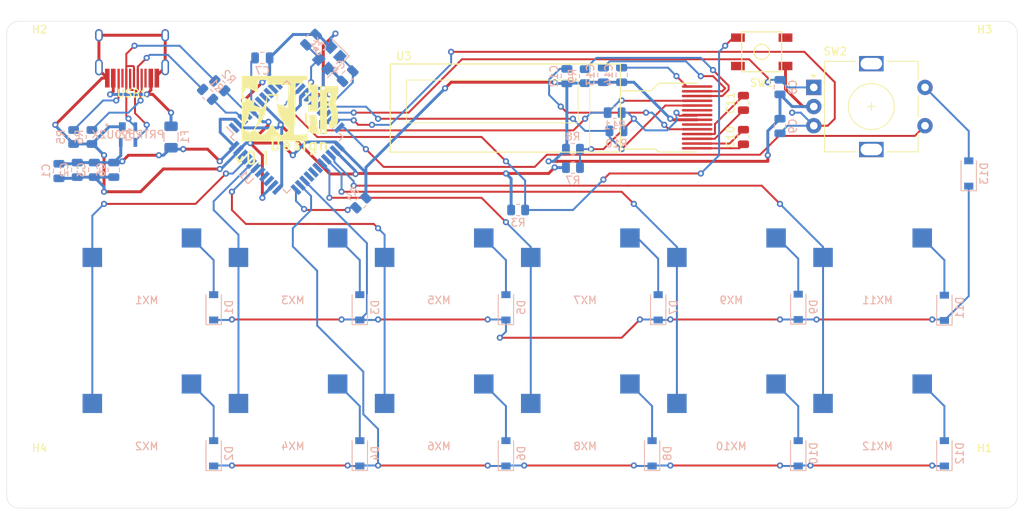
<source format=kicad_pcb>
(kicad_pcb (version 20171130) (host pcbnew "(5.1.9)-1")
  (layers (0 F.Cu signal) (31 B.Cu signal) (34 B.Paste user) (35 F.Paste user) (36 B.SilkS user) (37 F.SilkS user) (38 B.Mask user) (39 F.Mask user) (44 Edge.Cuts user))
  (net 0 "")
  (net 1 GND)
  (net 2 +5V)
  (net 3 "Net-(C4-Pad1)")
  (net 4 "Net-(C5-Pad1)")
  (net 5 "Net-(C7-Pad1)")
  (net 6 ENC_A)
  (net 7 ENC_B)
  (net 8 "Net-(D1-Pad2)")
  (net 9 ROW0)
  (net 10 "Net-(D2-Pad2)")
  (net 11 ROW1)
  (net 12 "Net-(D3-Pad2)")
  (net 13 "Net-(D4-Pad2)")
  (net 14 "Net-(D5-Pad2)")
  (net 15 "Net-(D6-Pad2)")
  (net 16 "Net-(D7-Pad2)")
  (net 17 "Net-(D8-Pad2)")
  (net 18 "Net-(D9-Pad2)")
  (net 19 "Net-(D10-Pad2)")
  (net 20 "Net-(D11-Pad2)")
  (net 21 "Net-(D12-Pad2)")
  (net 22 "Net-(D13-Pad2)")
  (net 23 VCC)
  (net 24 COL0)
  (net 25 COL1)
  (net 26 COL2)
  (net 27 COL3)
  (net 28 COL4)
  (net 29 COL5)
  (net 30 D-)
  (net 31 "Net-(R1-Pad1)")
  (net 32 D+)
  (net 33 "Net-(R2-Pad1)")
  (net 34 "Net-(R3-Pad2)")
  (net 35 "Net-(R4-Pad2)")
  (net 36 "Net-(R5-Pad1)")
  (net 37 "Net-(R6-Pad1)")
  (net 38 COL6)
  (net 39 "Net-(U1-Pad42)")
  (net 40 "Net-(U1-Pad38)")
  (net 41 "Net-(U1-Pad37)")
  (net 42 "Net-(U1-Pad36)")
  (net 43 "Net-(U1-Pad30)")
  (net 44 "Net-(U1-Pad29)")
  (net 45 "Net-(U1-Pad28)")
  (net 46 "Net-(U1-Pad12)")
  (net 47 "Net-(U1-Pad11)")
  (net 48 "Net-(U1-Pad10)")
  (net 49 "Net-(U1-Pad1)")
  (net 50 "Net-(USB1-Pad3)")
  (net 51 "Net-(USB1-Pad9)")
  (net 52 "Net-(U1-Pad9)")
  (net 53 "Net-(U1-Pad8)")
  (net 54 "Net-(C10-Pad2)")
  (net 55 "Net-(C10-Pad1)")
  (net 56 "Net-(C11-Pad2)")
  (net 57 "Net-(C11-Pad1)")
  (net 58 "Net-(C12-Pad1)")
  (net 59 "Net-(C13-Pad1)")
  (net 60 "Net-(C14-Pad1)")
  (net 61 +3V3)
  (net 62 "Net-(R9-Pad1)")
  (net 63 SCL)
  (net 64 SDA)
  (net 65 "Net-(U3-Pad6)")
  (net 66 "Net-(U3-Pad9)")
  (module jirou-design:jirou-design-pcb-logo-inverse (layer F.Cu) (at 107.15625 52.3875)
    (fp_text reference G*** hide)
    (fp_text value LOGO hide)
  )
  (module Package_QFP:TQFP-44_10x10mm_P0.8mm (layer B.Cu) (at 107.15625 54.76875 315)
    (fp_text reference U1 (at 0 7.45 135) (layer B.SilkS) (effects (justify mirror)))
    (fp_text value ATmega32U4-AU)
    (pad 44 smd rect (at -4 5.7 225) (size 1.5 0.55) (layers B.Cu B.Paste B.Mask) (net 2 +5V))
    (pad 43 smd rect (at -3.2 5.7 225) (size 1.5 0.55) (layers B.Cu B.Paste B.Mask) (net 1 GND))
    (pad 42 smd rect (at -2.4 5.7 225) (size 1.5 0.55) (layers B.Cu B.Paste B.Mask) (net 39 "Net-(U1-Pad42)"))
    (pad 41 smd rect (at -1.6 5.7 225) (size 1.5 0.55) (layers B.Cu B.Paste B.Mask) (net 24 COL0))
    (pad 40 smd rect (at -0.8 5.7 225) (size 1.5 0.55) (layers B.Cu B.Paste B.Mask) (net 25 COL1))
    (pad 39 smd rect (at 0 5.7 225) (size 1.5 0.55) (layers B.Cu B.Paste B.Mask) (net 26 COL2))
    (pad 38 smd rect (at 0.8 5.7 225) (size 1.5 0.55) (layers B.Cu B.Paste B.Mask) (net 40 "Net-(U1-Pad38)"))
    (pad 37 smd rect (at 1.6 5.7 225) (size 1.5 0.55) (layers B.Cu B.Paste B.Mask) (net 41 "Net-(U1-Pad37)"))
    (pad 36 smd rect (at 2.4 5.7 225) (size 1.5 0.55) (layers B.Cu B.Paste B.Mask) (net 42 "Net-(U1-Pad36)"))
    (pad 35 smd rect (at 3.2 5.7 225) (size 1.5 0.55) (layers B.Cu B.Paste B.Mask) (net 1 GND))
    (pad 34 smd rect (at 4 5.7 225) (size 1.5 0.55) (layers B.Cu B.Paste B.Mask) (net 2 +5V))
    (pad 33 smd rect (at 5.7 4 315) (size 1.5 0.55) (layers B.Cu B.Paste B.Mask) (net 35 "Net-(R4-Pad2)"))
    (pad 32 smd rect (at 5.7 3.2 315) (size 1.5 0.55) (layers B.Cu B.Paste B.Mask) (net 11 ROW1))
    (pad 31 smd rect (at 5.7 2.4 315) (size 1.5 0.55) (layers B.Cu B.Paste B.Mask) (net 9 ROW0))
    (pad 30 smd rect (at 5.7 1.6 315) (size 1.5 0.55) (layers B.Cu B.Paste B.Mask) (net 43 "Net-(U1-Pad30)"))
    (pad 29 smd rect (at 5.7 0.8 315) (size 1.5 0.55) (layers B.Cu B.Paste B.Mask) (net 44 "Net-(U1-Pad29)"))
    (pad 28 smd rect (at 5.7 0 315) (size 1.5 0.55) (layers B.Cu B.Paste B.Mask) (net 45 "Net-(U1-Pad28)"))
    (pad 27 smd rect (at 5.7 -0.8 315) (size 1.5 0.55) (layers B.Cu B.Paste B.Mask) (net 27 COL3))
    (pad 26 smd rect (at 5.7 -1.6 315) (size 1.5 0.55) (layers B.Cu B.Paste B.Mask) (net 28 COL4))
    (pad 25 smd rect (at 5.7 -2.4 315) (size 1.5 0.55) (layers B.Cu B.Paste B.Mask) (net 29 COL5))
    (pad 24 smd rect (at 5.7 -3.2 315) (size 1.5 0.55) (layers B.Cu B.Paste B.Mask) (net 2 +5V))
    (pad 23 smd rect (at 5.7 -4 315) (size 1.5 0.55) (layers B.Cu B.Paste B.Mask) (net 1 GND))
    (pad 22 smd rect (at 4 -5.7 225) (size 1.5 0.55) (layers B.Cu B.Paste B.Mask) (net 38 COL6))
    (pad 21 smd rect (at 3.2 -5.7 225) (size 1.5 0.55) (layers B.Cu B.Paste B.Mask) (net 7 ENC_B))
    (pad 20 smd rect (at 2.4 -5.7 225) (size 1.5 0.55) (layers B.Cu B.Paste B.Mask) (net 6 ENC_A))
    (pad 19 smd rect (at 1.6 -5.7 225) (size 1.5 0.55) (layers B.Cu B.Paste B.Mask) (net 64 SDA))
    (pad 18 smd rect (at 0.8 -5.7 225) (size 1.5 0.55) (layers B.Cu B.Paste B.Mask) (net 63 SCL))
    (pad 17 smd rect (at 0 -5.7 225) (size 1.5 0.55) (layers B.Cu B.Paste B.Mask) (net 3 "Net-(C4-Pad1)"))
    (pad 16 smd rect (at -0.8 -5.7 225) (size 1.5 0.55) (layers B.Cu B.Paste B.Mask) (net 4 "Net-(C5-Pad1)"))
    (pad 15 smd rect (at -1.6 -5.7 225) (size 1.5 0.55) (layers B.Cu B.Paste B.Mask) (net 1 GND))
    (pad 14 smd rect (at -2.4 -5.7 225) (size 1.5 0.55) (layers B.Cu B.Paste B.Mask) (net 2 +5V))
    (pad 13 smd rect (at -3.2 -5.7 225) (size 1.5 0.55) (layers B.Cu B.Paste B.Mask) (net 34 "Net-(R3-Pad2)"))
    (pad 12 smd rect (at -4 -5.7 225) (size 1.5 0.55) (layers B.Cu B.Paste B.Mask) (net 46 "Net-(U1-Pad12)"))
    (pad 11 smd rect (at -5.7 -4 315) (size 1.5 0.55) (layers B.Cu B.Paste B.Mask) (net 47 "Net-(U1-Pad11)"))
    (pad 10 smd rect (at -5.7 -3.2 315) (size 1.5 0.55) (layers B.Cu B.Paste B.Mask) (net 48 "Net-(U1-Pad10)"))
    (pad 9 smd rect (at -5.7 -2.4 315) (size 1.5 0.55) (layers B.Cu B.Paste B.Mask) (net 52 "Net-(U1-Pad9)"))
    (pad 8 smd rect (at -5.7 -1.6 315) (size 1.5 0.55) (layers B.Cu B.Paste B.Mask) (net 53 "Net-(U1-Pad8)"))
    (pad 7 smd rect (at -5.7 -0.8 315) (size 1.5 0.55) (layers B.Cu B.Paste B.Mask) (net 2 +5V))
    (pad 6 smd rect (at -5.7 0 315) (size 1.5 0.55) (layers B.Cu B.Paste B.Mask) (net 5 "Net-(C7-Pad1)"))
    (pad 5 smd rect (at -5.7 0.8 315) (size 1.5 0.55) (layers B.Cu B.Paste B.Mask) (net 1 GND))
    (pad 4 smd rect (at -5.7 1.6 315) (size 1.5 0.55) (layers B.Cu B.Paste B.Mask) (net 33 "Net-(R2-Pad1)"))
    (pad 3 smd rect (at -5.7 2.4 315) (size 1.5 0.55) (layers B.Cu B.Paste B.Mask) (net 31 "Net-(R1-Pad1)"))
    (pad 2 smd rect (at -5.7 3.2 315) (size 1.5 0.55) (layers B.Cu B.Paste B.Mask) (net 2 +5V))
    (pad 1 smd rect (at -5.7 4 315) (size 1.5 0.55) (layers B.Cu B.Paste B.Mask) (net 49 "Net-(U1-Pad1)"))
  )
  (module KiCad-SSD1306_OLED-0.91-128x32:SSD1306_OLED-0.91-128x32 (layer F.Cu) (at 120.65 45.24375)
    (fp_text reference U3 (at 1.778 -1.016) (layer F.SilkS))
    (fp_text value SSD1306)
    (pad 14 smd oval (at 40 2.94) (size 4 0.32) (layers F.Cu F.Paste F.Mask) (net 60 "Net-(C14-Pad1)"))
    (pad 13 smd oval (at 40 3.56) (size 4 0.32) (layers F.Cu F.Paste F.Mask) (net 59 "Net-(C13-Pad1)"))
    (pad 12 smd oval (at 40 4.18) (size 4 0.32) (layers F.Cu F.Paste F.Mask) (net 62 "Net-(R9-Pad1)"))
    (pad 11 smd oval (at 40 4.8) (size 4 0.32) (layers F.Cu F.Paste F.Mask) (net 64 SDA))
    (pad 10 smd oval (at 40 5.42) (size 4 0.32) (layers F.Cu F.Paste F.Mask) (net 63 SCL))
    (pad 9 smd oval (at 40 6.04) (size 4 0.32) (layers F.Cu F.Paste F.Mask) (net 66 "Net-(U3-Pad9)"))
    (pad 8 smd oval (at 40 6.66) (size 4 0.32) (layers F.Cu F.Paste F.Mask) (net 61 +3V3))
    (pad 7 smd oval (at 40 7.28) (size 4 0.32) (layers F.Cu F.Paste F.Mask) (net 1 GND))
    (pad 6 smd oval (at 40 7.9) (size 4 0.32) (layers F.Cu F.Paste F.Mask) (net 65 "Net-(U3-Pad6)"))
    (pad 5 smd oval (at 40 8.52) (size 4 0.32) (layers F.Cu F.Paste F.Mask) (net 58 "Net-(C12-Pad1)"))
    (pad 4 smd oval (at 40 9.14) (size 4 0.32) (layers F.Cu F.Paste F.Mask) (net 56 "Net-(C11-Pad2)"))
    (pad 3 smd oval (at 40 9.76) (size 4 0.32) (layers F.Cu F.Paste F.Mask) (net 57 "Net-(C11-Pad1)"))
    (pad 2 smd oval (at 40 10.38) (size 4 0.32) (layers F.Cu F.Paste F.Mask) (net 54 "Net-(C10-Pad2)"))
    (pad 1 smd oval (at 40 11) (size 4 0.32) (layers F.Cu F.Paste F.Mask) (net 55 "Net-(C10-Pad1)"))
  )
  (module Resistor_SMD:R_0805_2012Metric (layer B.Cu) (at 149.9 51.59375)
    (fp_text reference R11 (at 0 1.65) (layer B.SilkS) (effects (justify mirror)))
    (fp_text value 2k)
    (pad 2 smd roundrect (at 0.9125 0) (size 1.025 1.4) (layers B.Cu B.Paste B.Mask) (roundrect_rratio 0.243902) (net 61 +3V3))
    (pad 1 smd roundrect (at -0.9125 0) (size 1.025 1.4) (layers B.Cu B.Paste B.Mask) (roundrect_rratio 0.243902) (net 64 SDA))
  )
  (module Resistor_SMD:R_0805_2012Metric (layer B.Cu) (at 150.1375 53.975)
    (fp_text reference R10 (at 0 1.65) (layer B.SilkS) (effects (justify mirror)))
    (fp_text value 2k)
    (pad 2 smd roundrect (at 0.9125 0) (size 1.025 1.4) (layers B.Cu B.Paste B.Mask) (roundrect_rratio 0.243902) (net 61 +3V3))
    (pad 1 smd roundrect (at -0.9125 0) (size 1.025 1.4) (layers B.Cu B.Paste B.Mask) (roundrect_rratio 0.243902) (net 63 SCL))
  )
  (module Resistor_SMD:R_0805_2012Metric (layer B.Cu) (at 146.05 46.83125 270)
    (fp_text reference R9 (at 0 1.65 270) (layer B.SilkS) (effects (justify mirror)))
    (fp_text value 330k)
    (pad 2 smd roundrect (at 0.9125 0 270) (size 1.025 1.4) (layers B.Cu B.Paste B.Mask) (roundrect_rratio 0.243902) (net 1 GND))
    (pad 1 smd roundrect (at -0.9125 0 270) (size 1.025 1.4) (layers B.Cu B.Paste B.Mask) (roundrect_rratio 0.243902) (net 62 "Net-(R9-Pad1)"))
  )
  (module Resistor_SMD:R_0805_2012Metric (layer B.Cu) (at 144.4625 56.35625 180)
    (fp_text reference R8 (at 0 1.65) (layer B.SilkS) (effects (justify mirror)))
    (fp_text value 2k)
    (pad 2 smd roundrect (at 0.9125 0 180) (size 1.025 1.4) (layers B.Cu B.Paste B.Mask) (roundrect_rratio 0.243902) (net 1 GND))
    (pad 1 smd roundrect (at -0.9125 0 180) (size 1.025 1.4) (layers B.Cu B.Paste B.Mask) (roundrect_rratio 0.243902) (net 61 +3V3))
  )
  (module Resistor_SMD:R_0805_2012Metric (layer B.Cu) (at 144.4675 58.7675)
    (fp_text reference R7 (at 0 1.65) (layer B.SilkS) (effects (justify mirror)))
    (fp_text value 1k)
    (pad 2 smd roundrect (at 0.9125 0) (size 1.025 1.4) (layers B.Cu B.Paste B.Mask) (roundrect_rratio 0.243902) (net 61 +3V3))
    (pad 1 smd roundrect (at -0.9125 0) (size 1.025 1.4) (layers B.Cu B.Paste B.Mask) (roundrect_rratio 0.243902) (net 2 +5V))
  )
  (module Capacitor_SMD:C_0805_2012Metric (layer B.Cu) (at 150.8125 46.675 270)
    (fp_text reference C14 (at 0 1.68 270) (layer B.SilkS) (effects (justify mirror)))
    (fp_text value 2.2uF)
    (pad 2 smd roundrect (at 0.95 0 270) (size 1 1.45) (layers B.Cu B.Paste B.Mask) (net 1 GND))
    (pad 1 smd roundrect (at -0.95 0 270) (size 1 1.45) (layers B.Cu B.Paste B.Mask) (net 60 "Net-(C14-Pad1)"))
  )
  (module Capacitor_SMD:C_0805_2012Metric (layer B.Cu) (at 148.43125 46.675 270)
    (fp_text reference C13 (at 0 1.68 90) (layer B.SilkS) (effects (justify mirror)))
    (fp_text value 4.7uF)
    (pad 2 smd roundrect (at 0.95 0 270) (size 1 1.45) (layers B.Cu B.Paste B.Mask) (net 1 GND))
    (pad 1 smd roundrect (at -0.95 0 270) (size 1 1.45) (layers B.Cu B.Paste B.Mask) (net 59 "Net-(C13-Pad1)"))
  )
  (module Capacitor_SMD:C_0805_2012Metric (layer B.Cu) (at 143.66875 46.83125 270)
    (fp_text reference C12 (at 0 1.68 90) (layer B.SilkS) (effects (justify mirror)))
    (fp_text value 1uF)
    (pad 2 smd roundrect (at 0.95 0 270) (size 1 1.45) (layers B.Cu B.Paste B.Mask) (net 1 GND))
    (pad 1 smd roundrect (at -0.95 0 270) (size 1 1.45) (layers B.Cu B.Paste B.Mask) (net 58 "Net-(C12-Pad1)"))
  )
  (module Capacitor_SMD:C_0805_2012Metric (layer F.Cu) (at 166.6875 50.31875 90)
    (fp_text reference C11 (at 0 -1.68 90) (layer F.SilkS))
    (fp_text value 1uF)
    (pad 2 smd roundrect (at 0.95 0 90) (size 1 1.45) (layers F.Cu F.Paste F.Mask) (net 56 "Net-(C11-Pad2)"))
    (pad 1 smd roundrect (at -0.95 0 90) (size 1 1.45) (layers F.Cu F.Paste F.Mask) (net 57 "Net-(C11-Pad1)"))
  )
  (module Capacitor_SMD:C_0805_2012Metric (layer F.Cu) (at 166.6875 54.76875 90)
    (fp_text reference C10 (at 0 -1.68 90) (layer F.SilkS))
    (fp_text value 1uF)
    (pad 2 smd roundrect (at 0.95 0 90) (size 1 1.45) (layers F.Cu F.Paste F.Mask) (net 54 "Net-(C10-Pad2)"))
    (pad 1 smd roundrect (at -0.95 0 90) (size 1 1.45) (layers F.Cu F.Paste F.Mask) (net 55 "Net-(C10-Pad1)"))
  )
  (module MountingHole:MountingHole_2.7mm_M2.5 (layer F.Cu) (at 74.93 99.06)
    (fp_text reference H4 (at 0 -3.7) (layer F.SilkS))
    (fp_text value MountingHole)
    (pad 1 np_thru_hole circle (at 0 0) (size 2.7 2.7) (drill 2.7) (layers *.Cu *.Mask))
  )
  (module MountingHole:MountingHole_2.7mm_M2.5 (layer F.Cu) (at 198.12 44.45)
    (fp_text reference H3 (at 0 -3.7) (layer F.SilkS))
    (fp_text value MountingHole)
    (pad 1 np_thru_hole circle (at 0 0) (size 2.7 2.7) (drill 2.7) (layers *.Cu *.Mask))
  )
  (module MountingHole:MountingHole_2.7mm_M2.5 (layer F.Cu) (at 74.93 44.45)
    (fp_text reference H2 (at 0 -3.7) (layer F.SilkS))
    (fp_text value MountingHole)
    (pad 1 np_thru_hole circle (at 0 0) (size 2.7 2.7) (drill 2.7) (layers *.Cu *.Mask))
  )
  (module MountingHole:MountingHole_2.7mm_M2.5 (layer F.Cu) (at 198.12 99.06)
    (fp_text reference H1 (at 0 -3.7) (layer F.SilkS))
    (fp_text value MountingHole)
    (pad 1 np_thru_hole circle (at 0 0) (size 2.7 2.7) (drill 2.7) (layers *.Cu *.Mask))
  )
  (module Capacitor_SMD:C_0805_2012Metric (layer B.Cu) (at 77.47 59.21375 270)
    (fp_text reference C1 (at 0 1.68 270) (layer B.SilkS) (effects (justify mirror)))
    (fp_text value 0.1uF)
    (pad 2 smd roundrect (at 0.95 0 270) (size 1 1.45) (layers B.Cu B.Paste B.Mask) (net 1 GND))
    (pad 1 smd roundrect (at -0.95 0 270) (size 1 1.45) (layers B.Cu B.Paste B.Mask) (net 2 +5V))
  )
  (module Crystal:Crystal_SMD_3225-4Pin_3.2x2.5mm (layer B.Cu) (at 112.7125 44.45 225)
    (fp_text reference Y1 (at 0 2.45 45) (layer B.SilkS) (effects (justify mirror)))
    (fp_text value 16MHz)
    (pad 4 smd rect (at -1.1 0.85 225) (size 1.4 1.2) (layers B.Cu B.Paste B.Mask) (net 1 GND))
    (pad 3 smd rect (at 1.1 0.85 225) (size 1.4 1.2) (layers B.Cu B.Paste B.Mask) (net 4 "Net-(C5-Pad1)"))
    (pad 2 smd rect (at 1.1 -0.85 225) (size 1.4 1.2) (layers B.Cu B.Paste B.Mask) (net 1 GND))
    (pad 1 smd rect (at -1.1 -0.85 225) (size 1.4 1.2) (layers B.Cu B.Paste B.Mask) (net 3 "Net-(C4-Pad1)"))
  )
  (module Type-C:HRO-TYPE-C-31-M-12-HandSoldering (layer F.Cu) (at 86.995 38.89375 180)
    (fp_text reference USB1 (at 0 -10.2) (layer F.SilkS))
    (fp_text value HRO-TYPE-C-31-M-12)
    (pad 12 smd rect (at 3.225 -8.195 180) (size 0.6 2.45) (layers F.Cu F.Paste F.Mask) (net 1 GND))
    (pad 1 smd rect (at -3.225 -8.195 180) (size 0.6 2.45) (layers F.Cu F.Paste F.Mask) (net 1 GND))
    (pad 11 smd rect (at 2.45 -8.195 180) (size 0.6 2.45) (layers F.Cu F.Paste F.Mask) (net 23 VCC))
    (pad 2 smd rect (at -2.45 -8.195 180) (size 0.6 2.45) (layers F.Cu F.Paste F.Mask) (net 23 VCC))
    (pad 3 smd rect (at -1.75 -8.195 180) (size 0.3 2.45) (layers F.Cu F.Paste F.Mask) (net 50 "Net-(USB1-Pad3)"))
    (pad 10 smd rect (at 1.75 -8.195 180) (size 0.3 2.45) (layers F.Cu F.Paste F.Mask) (net 36 "Net-(R5-Pad1)"))
    (pad 4 smd rect (at -1.25 -8.195 180) (size 0.3 2.45) (layers F.Cu F.Paste F.Mask) (net 37 "Net-(R6-Pad1)"))
    (pad 9 smd rect (at 1.25 -8.195 180) (size 0.3 2.45) (layers F.Cu F.Paste F.Mask) (net 51 "Net-(USB1-Pad9)"))
    (pad 5 smd rect (at -0.75 -8.195 180) (size 0.3 2.45) (layers F.Cu F.Paste F.Mask) (net 30 D-))
    (pad 8 smd rect (at 0.75 -8.195 180) (size 0.3 2.45) (layers F.Cu F.Paste F.Mask) (net 32 D+))
    (pad 7 smd rect (at 0.25 -8.195 180) (size 0.3 2.45) (layers F.Cu F.Paste F.Mask) (net 30 D-))
    (pad 6 smd rect (at -0.25 -8.195 180) (size 0.3 2.45) (layers F.Cu F.Paste F.Mask) (net 32 D+))
    (pad "" np_thru_hole circle (at 2.89 -6.25 180) (size 0.65 0.65) (drill 0.65) (layers *.Cu *.Mask))
    (pad "" np_thru_hole circle (at -2.89 -6.25 180) (size 0.65 0.65) (drill 0.65) (layers *.Cu *.Mask))
    (pad 13 thru_hole oval (at -4.32 -6.78 180) (size 1 2.1) (drill oval 0.6 1.7) (layers *.Cu B.Mask) (net 1 GND))
    (pad 13 thru_hole oval (at 4.32 -6.78 180) (size 1 2.1) (drill oval 0.6 1.7) (layers *.Cu B.Mask) (net 1 GND))
    (pad 13 thru_hole oval (at -4.32 -2.6 180) (size 1 1.6) (drill oval 0.6 1.2) (layers *.Cu B.Mask) (net 1 GND))
    (pad 13 thru_hole oval (at 4.32 -2.6 180) (size 1 1.6) (drill oval 0.6 1.2) (layers *.Cu B.Mask) (net 1 GND))
  )
  (module prtr5v:PRTR5V0U2X (layer B.Cu) (at 86.4718 54.45125)
    (fp_text reference U2 (at 0 0) (layer B.SilkS) (effects (justify mirror)))
    (fp_text value PRTR5V0U2X (at 0 0) (layer B.SilkS) (effects (justify mirror)))
    (fp_text user * (at 0 0) (layer B.SilkS) (effects (justify mirror)))
    (pad 4 smd rect (at -0.950001 1.016) (size 0.4826 1.1684) (layers B.Cu B.Paste B.Mask) (net 2 +5V))
    (pad 3 smd rect (at 0.950001 1.016) (size 0.4826 1.1684) (layers B.Cu B.Paste B.Mask) (net 30 D-))
    (pad 2 smd rect (at 0.95 -1.016) (size 0.4826 1.1684) (layers B.Cu B.Paste B.Mask) (net 32 D+))
    (pad 1 smd rect (at -0.7468 -1.016) (size 0.889 1.1684) (layers B.Cu B.Paste B.Mask) (net 1 GND))
  )
  (module Keebio-Parts:RotaryEncoder_Alps_EC11E-Switch_Vertical_H20mm (layer F.Cu) (at 183.35625 50.8)
    (fp_text reference SW2 (at -4.7 -7.2) (layer F.SilkS))
    (fp_text value Rotary_Encoder_Switch)
    (pad S1 thru_hole circle (at 7 2.5) (size 2 2) (drill 1) (layers *.Cu *.Mask) (net 38 COL6))
    (pad S2 thru_hole circle (at 7 -2.5) (size 2 2) (drill 1) (layers *.Cu *.Mask) (net 22 "Net-(D13-Pad2)"))
    (pad MP thru_hole rect (at 0 5.6) (size 3.2 2) (drill oval 2.8 1.5) (layers *.Cu *.Mask))
    (pad MP thru_hole rect (at 0 -5.6) (size 3.2 2) (drill oval 2.8 1.5) (layers *.Cu *.Mask))
    (pad B thru_hole circle (at -7.5 2.5) (size 2 2) (drill 1) (layers *.Cu *.Mask) (net 7 ENC_B))
    (pad C thru_hole circle (at -7.5 0) (size 2 2) (drill 1) (layers *.Cu *.Mask) (net 1 GND))
    (pad A thru_hole rect (at -7.5 -2.5) (size 2 2) (drill 1) (layers *.Cu *.Mask) (net 6 ENC_A))
  )
  (module random-keyboard-parts:SKQG-1155865 (layer F.Cu) (at 169.06875 43.65625)
    (fp_text reference SW1 (at 0 4.064) (layer F.SilkS))
    (fp_text value SW_Push)
    (pad 4 smd rect (at -3.1 1.85) (size 1.8 1.1) (layers F.Cu F.Paste F.Mask))
    (pad 3 smd rect (at 3.1 -1.85) (size 1.8 1.1) (layers F.Cu F.Paste F.Mask))
    (pad 2 smd rect (at -3.1 -1.85) (size 1.8 1.1) (layers F.Cu F.Paste F.Mask) (net 34 "Net-(R3-Pad2)"))
    (pad 1 smd rect (at 3.1 1.85) (size 1.8 1.1) (layers F.Cu F.Paste F.Mask) (net 1 GND))
  )
  (module Resistor_SMD:R_0805_2012Metric (layer B.Cu) (at 81.75625 54.76875 270)
    (fp_text reference R6 (at 0 1.65 270) (layer B.SilkS) (effects (justify mirror)))
    (fp_text value 5.1k)
    (pad 2 smd roundrect (at 0.9125 0 270) (size 1.025 1.4) (layers B.Cu B.Paste B.Mask) (roundrect_rratio 0.2439014634146341) (net 1 GND))
    (pad 1 smd roundrect (at -0.9125 0 270) (size 1.025 1.4) (layers B.Cu B.Paste B.Mask) (roundrect_rratio 0.2439014634146341) (net 37 "Net-(R6-Pad1)"))
  )
  (module Resistor_SMD:R_0805_2012Metric (layer B.Cu) (at 79.375 54.76875 270)
    (fp_text reference R5 (at 0 1.65 270) (layer B.SilkS) (effects (justify mirror)))
    (fp_text value 5.1k)
    (pad 2 smd roundrect (at 0.9125 0 270) (size 1.025 1.4) (layers B.Cu B.Paste B.Mask) (roundrect_rratio 0.2439014634146341) (net 1 GND))
    (pad 1 smd roundrect (at -0.9125 0 270) (size 1.025 1.4) (layers B.Cu B.Paste B.Mask) (roundrect_rratio 0.2439014634146341) (net 36 "Net-(R5-Pad1)"))
  )
  (module Resistor_SMD:R_0805_2012Metric (layer B.Cu) (at 116.829765 63.351485 225)
    (fp_text reference R4 (at 0 1.65 45) (layer B.SilkS) (effects (justify mirror)))
    (fp_text value 10k)
    (pad 2 smd roundrect (at 0.9125 0 225) (size 1.025 1.4) (layers B.Cu B.Paste B.Mask) (roundrect_rratio 0.2439014634146341) (net 35 "Net-(R4-Pad2)"))
    (pad 1 smd roundrect (at -0.9125 0 225) (size 1.025 1.4) (layers B.Cu B.Paste B.Mask) (roundrect_rratio 0.2439014634146341) (net 1 GND))
  )
  (module Resistor_SMD:R_0805_2012Metric (layer B.Cu) (at 137.31875 64.29375)
    (fp_text reference R3 (at 0 1.65) (layer B.SilkS) (effects (justify mirror)))
    (fp_text value 10k)
    (pad 2 smd roundrect (at 0.9125 0) (size 1.025 1.4) (layers B.Cu B.Paste B.Mask) (roundrect_rratio 0.2439014634146341) (net 34 "Net-(R3-Pad2)"))
    (pad 1 smd roundrect (at -0.9125 0) (size 1.025 1.4) (layers B.Cu B.Paste B.Mask) (roundrect_rratio 0.2439014634146341) (net 2 +5V))
  )
  (module Resistor_SMD:R_0805_2012Metric (layer B.Cu) (at 98.424581 48.089794 135)
    (fp_text reference R2 (at 0 1.65 135) (layer B.SilkS) (effects (justify mirror)))
    (fp_text value 22)
    (pad 2 smd roundrect (at 0.9125 0 135) (size 1.025 1.4) (layers B.Cu B.Paste B.Mask) (roundrect_rratio 0.2439014634146341) (net 32 D+))
    (pad 1 smd roundrect (at -0.9125 0 135) (size 1.025 1.4) (layers B.Cu B.Paste B.Mask) (roundrect_rratio 0.2439014634146341) (net 33 "Net-(R2-Pad1)"))
  )
  (module Resistor_SMD:R_0805_2012Metric (layer B.Cu) (at 96.8375 49.2125 135)
    (fp_text reference R1 (at 0 1.65 135) (layer B.SilkS) (effects (justify mirror)))
    (fp_text value 22)
    (pad 2 smd roundrect (at 0.9125 0 135) (size 1.025 1.4) (layers B.Cu B.Paste B.Mask) (roundrect_rratio 0.2439014634146341) (net 30 D-))
    (pad 1 smd roundrect (at -0.9125 0 135) (size 1.025 1.4) (layers B.Cu B.Paste B.Mask) (roundrect_rratio 0.2439014634146341) (net 31 "Net-(R1-Pad1)"))
  )
  (module MX_Only:MXOnly-1U-Hotswap (layer F.Cu) (at 184.15 92.075)
    (fp_text reference MX12)
    (fp_text value MX-NoLED)
    (fp_text user %R (at 0 3.048) (layer B.SilkS) (effects (justify mirror)))
    (pad 2 smd rect (at 5.842 -5.08) (size 2.55 2.5) (layers B.Cu B.Paste B.Mask) (net 21 "Net-(D12-Pad2)"))
    (pad 1 smd rect (at -7.085 -2.54) (size 2.55 2.5) (layers B.Cu B.Paste B.Mask) (net 29 COL5))
    (pad "" np_thru_hole circle (at 5.08 0 48.0996) (size 1.75 1.75) (drill 1.75) (layers *.Cu *.Mask))
    (pad "" np_thru_hole circle (at -5.08 0 48.0996) (size 1.75 1.75) (drill 1.75) (layers *.Cu *.Mask))
    (pad "" np_thru_hole circle (at -3.81 -2.54) (size 3 3) (drill 3) (layers *.Cu *.Mask))
    (pad "" np_thru_hole circle (at 0 0) (size 3.9878 3.9878) (drill 3.9878) (layers *.Cu *.Mask))
    (pad "" np_thru_hole circle (at 2.54 -5.08) (size 3 3) (drill 3) (layers *.Cu *.Mask))
  )
  (module MX_Only:MXOnly-1U-Hotswap (layer F.Cu) (at 184.15 73.025)
    (fp_text reference MX11)
    (fp_text value MX-NoLED)
    (fp_text user %R (at 0 3.048) (layer B.SilkS) (effects (justify mirror)))
    (pad 2 smd rect (at 5.842 -5.08) (size 2.55 2.5) (layers B.Cu B.Paste B.Mask) (net 20 "Net-(D11-Pad2)"))
    (pad 1 smd rect (at -7.085 -2.54) (size 2.55 2.5) (layers B.Cu B.Paste B.Mask) (net 29 COL5))
    (pad "" np_thru_hole circle (at 5.08 0 48.0996) (size 1.75 1.75) (drill 1.75) (layers *.Cu *.Mask))
    (pad "" np_thru_hole circle (at -5.08 0 48.0996) (size 1.75 1.75) (drill 1.75) (layers *.Cu *.Mask))
    (pad "" np_thru_hole circle (at -3.81 -2.54) (size 3 3) (drill 3) (layers *.Cu *.Mask))
    (pad "" np_thru_hole circle (at 0 0) (size 3.9878 3.9878) (drill 3.9878) (layers *.Cu *.Mask))
    (pad "" np_thru_hole circle (at 2.54 -5.08) (size 3 3) (drill 3) (layers *.Cu *.Mask))
  )
  (module MX_Only:MXOnly-1U-Hotswap (layer F.Cu) (at 165.1 92.075)
    (fp_text reference MX10)
    (fp_text value MX-NoLED)
    (fp_text user %R (at 0 3.048) (layer B.SilkS) (effects (justify mirror)))
    (pad 2 smd rect (at 5.842 -5.08) (size 2.55 2.5) (layers B.Cu B.Paste B.Mask) (net 19 "Net-(D10-Pad2)"))
    (pad 1 smd rect (at -7.085 -2.54) (size 2.55 2.5) (layers B.Cu B.Paste B.Mask) (net 28 COL4))
    (pad "" np_thru_hole circle (at 5.08 0 48.0996) (size 1.75 1.75) (drill 1.75) (layers *.Cu *.Mask))
    (pad "" np_thru_hole circle (at -5.08 0 48.0996) (size 1.75 1.75) (drill 1.75) (layers *.Cu *.Mask))
    (pad "" np_thru_hole circle (at -3.81 -2.54) (size 3 3) (drill 3) (layers *.Cu *.Mask))
    (pad "" np_thru_hole circle (at 0 0) (size 3.9878 3.9878) (drill 3.9878) (layers *.Cu *.Mask))
    (pad "" np_thru_hole circle (at 2.54 -5.08) (size 3 3) (drill 3) (layers *.Cu *.Mask))
  )
  (module MX_Only:MXOnly-1U-Hotswap (layer F.Cu) (at 165.1 73.025)
    (fp_text reference MX9)
    (fp_text value MX-NoLED)
    (fp_text user %R (at 0 3.048) (layer B.SilkS) (effects (justify mirror)))
    (pad 2 smd rect (at 5.842 -5.08) (size 2.55 2.5) (layers B.Cu B.Paste B.Mask) (net 18 "Net-(D9-Pad2)"))
    (pad 1 smd rect (at -7.085 -2.54) (size 2.55 2.5) (layers B.Cu B.Paste B.Mask) (net 28 COL4))
    (pad "" np_thru_hole circle (at 5.08 0 48.0996) (size 1.75 1.75) (drill 1.75) (layers *.Cu *.Mask))
    (pad "" np_thru_hole circle (at -5.08 0 48.0996) (size 1.75 1.75) (drill 1.75) (layers *.Cu *.Mask))
    (pad "" np_thru_hole circle (at -3.81 -2.54) (size 3 3) (drill 3) (layers *.Cu *.Mask))
    (pad "" np_thru_hole circle (at 0 0) (size 3.9878 3.9878) (drill 3.9878) (layers *.Cu *.Mask))
    (pad "" np_thru_hole circle (at 2.54 -5.08) (size 3 3) (drill 3) (layers *.Cu *.Mask))
  )
  (module MX_Only:MXOnly-1U-Hotswap (layer F.Cu) (at 146.05 92.075)
    (fp_text reference MX8)
    (fp_text value MX-NoLED)
    (fp_text user %R (at 0 3.048) (layer B.SilkS) (effects (justify mirror)))
    (pad 2 smd rect (at 5.842 -5.08) (size 2.55 2.5) (layers B.Cu B.Paste B.Mask) (net 17 "Net-(D8-Pad2)"))
    (pad 1 smd rect (at -7.085 -2.54) (size 2.55 2.5) (layers B.Cu B.Paste B.Mask) (net 27 COL3))
    (pad "" np_thru_hole circle (at 5.08 0 48.0996) (size 1.75 1.75) (drill 1.75) (layers *.Cu *.Mask))
    (pad "" np_thru_hole circle (at -5.08 0 48.0996) (size 1.75 1.75) (drill 1.75) (layers *.Cu *.Mask))
    (pad "" np_thru_hole circle (at -3.81 -2.54) (size 3 3) (drill 3) (layers *.Cu *.Mask))
    (pad "" np_thru_hole circle (at 0 0) (size 3.9878 3.9878) (drill 3.9878) (layers *.Cu *.Mask))
    (pad "" np_thru_hole circle (at 2.54 -5.08) (size 3 3) (drill 3) (layers *.Cu *.Mask))
  )
  (module MX_Only:MXOnly-1U-Hotswap (layer F.Cu) (at 146.05 73.025)
    (fp_text reference MX7)
    (fp_text value MX-NoLED)
    (fp_text user %R (at 0 3.048) (layer B.SilkS) (effects (justify mirror)))
    (pad 2 smd rect (at 5.842 -5.08) (size 2.55 2.5) (layers B.Cu B.Paste B.Mask) (net 16 "Net-(D7-Pad2)"))
    (pad 1 smd rect (at -7.085 -2.54) (size 2.55 2.5) (layers B.Cu B.Paste B.Mask) (net 27 COL3))
    (pad "" np_thru_hole circle (at 5.08 0 48.0996) (size 1.75 1.75) (drill 1.75) (layers *.Cu *.Mask))
    (pad "" np_thru_hole circle (at -5.08 0 48.0996) (size 1.75 1.75) (drill 1.75) (layers *.Cu *.Mask))
    (pad "" np_thru_hole circle (at -3.81 -2.54) (size 3 3) (drill 3) (layers *.Cu *.Mask))
    (pad "" np_thru_hole circle (at 0 0) (size 3.9878 3.9878) (drill 3.9878) (layers *.Cu *.Mask))
    (pad "" np_thru_hole circle (at 2.54 -5.08) (size 3 3) (drill 3) (layers *.Cu *.Mask))
  )
  (module MX_Only:MXOnly-1U-Hotswap (layer F.Cu) (at 127 92.075)
    (fp_text reference MX6)
    (fp_text value MX-NoLED)
    (fp_text user %R (at 0 3.048) (layer B.SilkS) (effects (justify mirror)))
    (pad 2 smd rect (at 5.842 -5.08) (size 2.55 2.5) (layers B.Cu B.Paste B.Mask) (net 15 "Net-(D6-Pad2)"))
    (pad 1 smd rect (at -7.085 -2.54) (size 2.55 2.5) (layers B.Cu B.Paste B.Mask) (net 26 COL2))
    (pad "" np_thru_hole circle (at 5.08 0 48.0996) (size 1.75 1.75) (drill 1.75) (layers *.Cu *.Mask))
    (pad "" np_thru_hole circle (at -5.08 0 48.0996) (size 1.75 1.75) (drill 1.75) (layers *.Cu *.Mask))
    (pad "" np_thru_hole circle (at -3.81 -2.54) (size 3 3) (drill 3) (layers *.Cu *.Mask))
    (pad "" np_thru_hole circle (at 0 0) (size 3.9878 3.9878) (drill 3.9878) (layers *.Cu *.Mask))
    (pad "" np_thru_hole circle (at 2.54 -5.08) (size 3 3) (drill 3) (layers *.Cu *.Mask))
  )
  (module MX_Only:MXOnly-1U-Hotswap (layer F.Cu) (at 127 73.025)
    (fp_text reference MX5)
    (fp_text value MX-NoLED)
    (fp_text user %R (at 0 3.048) (layer B.SilkS) (effects (justify mirror)))
    (pad 2 smd rect (at 5.842 -5.08) (size 2.55 2.5) (layers B.Cu B.Paste B.Mask) (net 14 "Net-(D5-Pad2)"))
    (pad 1 smd rect (at -7.085 -2.54) (size 2.55 2.5) (layers B.Cu B.Paste B.Mask) (net 26 COL2))
    (pad "" np_thru_hole circle (at 5.08 0 48.0996) (size 1.75 1.75) (drill 1.75) (layers *.Cu *.Mask))
    (pad "" np_thru_hole circle (at -5.08 0 48.0996) (size 1.75 1.75) (drill 1.75) (layers *.Cu *.Mask))
    (pad "" np_thru_hole circle (at -3.81 -2.54) (size 3 3) (drill 3) (layers *.Cu *.Mask))
    (pad "" np_thru_hole circle (at 0 0) (size 3.9878 3.9878) (drill 3.9878) (layers *.Cu *.Mask))
    (pad "" np_thru_hole circle (at 2.54 -5.08) (size 3 3) (drill 3) (layers *.Cu *.Mask))
  )
  (module MX_Only:MXOnly-1U-Hotswap (layer F.Cu) (at 107.95 92.075)
    (fp_text reference MX4)
    (fp_text value MX-NoLED)
    (fp_text user %R (at 0 3.048) (layer B.SilkS) (effects (justify mirror)))
    (pad 2 smd rect (at 5.842 -5.08) (size 2.55 2.5) (layers B.Cu B.Paste B.Mask) (net 13 "Net-(D4-Pad2)"))
    (pad 1 smd rect (at -7.085 -2.54) (size 2.55 2.5) (layers B.Cu B.Paste B.Mask) (net 25 COL1))
    (pad "" np_thru_hole circle (at 5.08 0 48.0996) (size 1.75 1.75) (drill 1.75) (layers *.Cu *.Mask))
    (pad "" np_thru_hole circle (at -5.08 0 48.0996) (size 1.75 1.75) (drill 1.75) (layers *.Cu *.Mask))
    (pad "" np_thru_hole circle (at -3.81 -2.54) (size 3 3) (drill 3) (layers *.Cu *.Mask))
    (pad "" np_thru_hole circle (at 0 0) (size 3.9878 3.9878) (drill 3.9878) (layers *.Cu *.Mask))
    (pad "" np_thru_hole circle (at 2.54 -5.08) (size 3 3) (drill 3) (layers *.Cu *.Mask))
  )
  (module MX_Only:MXOnly-1U-Hotswap (layer F.Cu) (at 107.95 73.025)
    (fp_text reference MX3)
    (fp_text value MX-NoLED)
    (fp_text user %R (at 0 3.048) (layer B.SilkS) (effects (justify mirror)))
    (pad 2 smd rect (at 5.842 -5.08) (size 2.55 2.5) (layers B.Cu B.Paste B.Mask) (net 12 "Net-(D3-Pad2)"))
    (pad 1 smd rect (at -7.085 -2.54) (size 2.55 2.5) (layers B.Cu B.Paste B.Mask) (net 25 COL1))
    (pad "" np_thru_hole circle (at 5.08 0 48.0996) (size 1.75 1.75) (drill 1.75) (layers *.Cu *.Mask))
    (pad "" np_thru_hole circle (at -5.08 0 48.0996) (size 1.75 1.75) (drill 1.75) (layers *.Cu *.Mask))
    (pad "" np_thru_hole circle (at -3.81 -2.54) (size 3 3) (drill 3) (layers *.Cu *.Mask))
    (pad "" np_thru_hole circle (at 0 0) (size 3.9878 3.9878) (drill 3.9878) (layers *.Cu *.Mask))
    (pad "" np_thru_hole circle (at 2.54 -5.08) (size 3 3) (drill 3) (layers *.Cu *.Mask))
  )
  (module MX_Only:MXOnly-1U-Hotswap (layer F.Cu) (at 88.9 92.075)
    (fp_text reference MX2)
    (fp_text value MX-NoLED)
    (fp_text user %R (at 0 3.048) (layer B.SilkS) (effects (justify mirror)))
    (pad 2 smd rect (at 5.842 -5.08) (size 2.55 2.5) (layers B.Cu B.Paste B.Mask) (net 10 "Net-(D2-Pad2)"))
    (pad 1 smd rect (at -7.085 -2.54) (size 2.55 2.5) (layers B.Cu B.Paste B.Mask) (net 24 COL0))
    (pad "" np_thru_hole circle (at 5.08 0 48.0996) (size 1.75 1.75) (drill 1.75) (layers *.Cu *.Mask))
    (pad "" np_thru_hole circle (at -5.08 0 48.0996) (size 1.75 1.75) (drill 1.75) (layers *.Cu *.Mask))
    (pad "" np_thru_hole circle (at -3.81 -2.54) (size 3 3) (drill 3) (layers *.Cu *.Mask))
    (pad "" np_thru_hole circle (at 0 0) (size 3.9878 3.9878) (drill 3.9878) (layers *.Cu *.Mask))
    (pad "" np_thru_hole circle (at 2.54 -5.08) (size 3 3) (drill 3) (layers *.Cu *.Mask))
  )
  (module MX_Only:MXOnly-1U-Hotswap (layer F.Cu) (at 88.9 73.025)
    (fp_text reference MX1)
    (fp_text value MX-NoLED)
    (fp_text user %R (at 0 3.048) (layer B.SilkS) (effects (justify mirror)))
    (pad 2 smd rect (at 5.842 -5.08) (size 2.55 2.5) (layers B.Cu B.Paste B.Mask) (net 8 "Net-(D1-Pad2)"))
    (pad 1 smd rect (at -7.085 -2.54) (size 2.55 2.5) (layers B.Cu B.Paste B.Mask) (net 24 COL0))
    (pad "" np_thru_hole circle (at 5.08 0 48.0996) (size 1.75 1.75) (drill 1.75) (layers *.Cu *.Mask))
    (pad "" np_thru_hole circle (at -5.08 0 48.0996) (size 1.75 1.75) (drill 1.75) (layers *.Cu *.Mask))
    (pad "" np_thru_hole circle (at -3.81 -2.54) (size 3 3) (drill 3) (layers *.Cu *.Mask))
    (pad "" np_thru_hole circle (at 0 0) (size 3.9878 3.9878) (drill 3.9878) (layers *.Cu *.Mask))
    (pad "" np_thru_hole circle (at 2.54 -5.08) (size 3 3) (drill 3) (layers *.Cu *.Mask))
  )
  (module Fuse:Fuse_1206_3216Metric (layer B.Cu) (at 92.075 54.76875 90)
    (fp_text reference F1 (at 0 1.82 90) (layer B.SilkS) (effects (justify mirror)))
    (fp_text value 500mA)
    (pad 2 smd roundrect (at 1.4 0 90) (size 1.25 1.75) (layers B.Cu B.Paste B.Mask) (roundrect_rratio 0.2) (net 23 VCC))
    (pad 1 smd roundrect (at -1.4 0 90) (size 1.25 1.75) (layers B.Cu B.Paste B.Mask) (roundrect_rratio 0.2) (net 2 +5V))
  )
  (module Diode_SMD:D_SOD-123 (layer B.Cu) (at 196.05625 59.53125 90)
    (fp_text reference D13 (at 0 2 270) (layer B.SilkS) (effects (justify mirror)))
    (fp_text value D_Small)
    (pad 2 smd rect (at 1.65 0 90) (size 0.9 1.2) (layers B.Cu B.Paste B.Mask) (net 22 "Net-(D13-Pad2)"))
    (pad 1 smd rect (at -1.65 0 90) (size 0.9 1.2) (layers B.Cu B.Paste B.Mask) (net 9 ROW0))
  )
  (module Diode_SMD:D_SOD-123 (layer B.Cu) (at 192.88125 96.04375 90)
    (fp_text reference D12 (at 0 2 90) (layer B.SilkS) (effects (justify mirror)))
    (fp_text value D_Small)
    (pad 2 smd rect (at 1.65 0 90) (size 0.9 1.2) (layers B.Cu B.Paste B.Mask) (net 21 "Net-(D12-Pad2)"))
    (pad 1 smd rect (at -1.65 0 90) (size 0.9 1.2) (layers B.Cu B.Paste B.Mask) (net 11 ROW1))
  )
  (module Diode_SMD:D_SOD-123 (layer B.Cu) (at 192.88125 77.05625 90)
    (fp_text reference D11 (at 0 2 270) (layer B.SilkS) (effects (justify mirror)))
    (fp_text value D_Small)
    (pad 2 smd rect (at 1.65 0 90) (size 0.9 1.2) (layers B.Cu B.Paste B.Mask) (net 20 "Net-(D11-Pad2)"))
    (pad 1 smd rect (at -1.65 0 90) (size 0.9 1.2) (layers B.Cu B.Paste B.Mask) (net 9 ROW0))
  )
  (module Diode_SMD:D_SOD-123 (layer B.Cu) (at 173.83125 96.04375 90)
    (fp_text reference D10 (at 0 2 90) (layer B.SilkS) (effects (justify mirror)))
    (fp_text value D_Small)
    (pad 2 smd rect (at 1.65 0 90) (size 0.9 1.2) (layers B.Cu B.Paste B.Mask) (net 19 "Net-(D10-Pad2)"))
    (pad 1 smd rect (at -1.65 0 90) (size 0.9 1.2) (layers B.Cu B.Paste B.Mask) (net 11 ROW1))
  )
  (module Diode_SMD:D_SOD-123 (layer B.Cu) (at 173.83125 76.93125 90)
    (fp_text reference D9 (at 0 2 270) (layer B.SilkS) (effects (justify mirror)))
    (fp_text value D_Small)
    (pad 2 smd rect (at 1.65 0 90) (size 0.9 1.2) (layers B.Cu B.Paste B.Mask) (net 18 "Net-(D9-Pad2)"))
    (pad 1 smd rect (at -1.65 0 90) (size 0.9 1.2) (layers B.Cu B.Paste B.Mask) (net 9 ROW0))
  )
  (module Diode_SMD:D_SOD-123 (layer B.Cu) (at 154.78125 96.04375 90)
    (fp_text reference D8 (at 0 2 90) (layer B.SilkS) (effects (justify mirror)))
    (fp_text value D_Small)
    (pad 2 smd rect (at 1.65 0 90) (size 0.9 1.2) (layers B.Cu B.Paste B.Mask) (net 17 "Net-(D8-Pad2)"))
    (pad 1 smd rect (at -1.65 0 90) (size 0.9 1.2) (layers B.Cu B.Paste B.Mask) (net 11 ROW1))
  )
  (module Diode_SMD:D_SOD-123 (layer B.Cu) (at 155.575 76.99375 90)
    (fp_text reference D7 (at 0 2 270) (layer B.SilkS) (effects (justify mirror)))
    (fp_text value D_Small)
    (pad 2 smd rect (at 1.65 0 90) (size 0.9 1.2) (layers B.Cu B.Paste B.Mask) (net 16 "Net-(D7-Pad2)"))
    (pad 1 smd rect (at -1.65 0 90) (size 0.9 1.2) (layers B.Cu B.Paste B.Mask) (net 9 ROW0))
  )
  (module Diode_SMD:D_SOD-123 (layer B.Cu) (at 135.73125 96.04375 90)
    (fp_text reference D6 (at 0 2 90) (layer B.SilkS) (effects (justify mirror)))
    (fp_text value D_Small)
    (pad 2 smd rect (at 1.65 0 90) (size 0.9 1.2) (layers B.Cu B.Paste B.Mask) (net 15 "Net-(D6-Pad2)"))
    (pad 1 smd rect (at -1.65 0 90) (size 0.9 1.2) (layers B.Cu B.Paste B.Mask) (net 11 ROW1))
  )
  (module Diode_SMD:D_SOD-123 (layer B.Cu) (at 135.73125 76.99375 90)
    (fp_text reference D5 (at 0 2 270) (layer B.SilkS) (effects (justify mirror)))
    (fp_text value D_Small)
    (pad 2 smd rect (at 1.65 0 90) (size 0.9 1.2) (layers B.Cu B.Paste B.Mask) (net 14 "Net-(D5-Pad2)"))
    (pad 1 smd rect (at -1.65 0 90) (size 0.9 1.2) (layers B.Cu B.Paste B.Mask) (net 9 ROW0))
  )
  (module Diode_SMD:D_SOD-123 (layer B.Cu) (at 116.68125 96.04375 90)
    (fp_text reference D4 (at 0 2 90) (layer B.SilkS) (effects (justify mirror)))
    (fp_text value D_Small)
    (pad 2 smd rect (at 1.65 0 90) (size 0.9 1.2) (layers B.Cu B.Paste B.Mask) (net 13 "Net-(D4-Pad2)"))
    (pad 1 smd rect (at -1.65 0 90) (size 0.9 1.2) (layers B.Cu B.Paste B.Mask) (net 11 ROW1))
  )
  (module Diode_SMD:D_SOD-123 (layer B.Cu) (at 116.68125 76.99375 90)
    (fp_text reference D3 (at 0 2 270) (layer B.SilkS) (effects (justify mirror)))
    (fp_text value D_Small)
    (pad 2 smd rect (at 1.65 0 90) (size 0.9 1.2) (layers B.Cu B.Paste B.Mask) (net 12 "Net-(D3-Pad2)"))
    (pad 1 smd rect (at -1.65 0 90) (size 0.9 1.2) (layers B.Cu B.Paste B.Mask) (net 9 ROW0))
  )
  (module Diode_SMD:D_SOD-123 (layer B.Cu) (at 97.63125 96.04375 90)
    (fp_text reference D2 (at 0 2 90) (layer B.SilkS) (effects (justify mirror)))
    (fp_text value D_Small)
    (pad 2 smd rect (at 1.65 0 90) (size 0.9 1.2) (layers B.Cu B.Paste B.Mask) (net 10 "Net-(D2-Pad2)"))
    (pad 1 smd rect (at -1.65 0 90) (size 0.9 1.2) (layers B.Cu B.Paste B.Mask) (net 11 ROW1))
  )
  (module Diode_SMD:D_SOD-123 (layer B.Cu) (at 97.63125 76.99375 90)
    (fp_text reference D1 (at 0 2 270) (layer B.SilkS) (effects (justify mirror)))
    (fp_text value D_Small)
    (pad 2 smd rect (at 1.65 0 90) (size 0.9 1.2) (layers B.Cu B.Paste B.Mask) (net 8 "Net-(D1-Pad2)"))
    (pad 1 smd rect (at -1.65 0 90) (size 0.9 1.2) (layers B.Cu B.Paste B.Mask) (net 9 ROW0))
  )
  (module Capacitor_SMD:C_0805_2012Metric (layer B.Cu) (at 171.45 53.34 90)
    (fp_text reference C9 (at 0 1.68 90) (layer B.SilkS) (effects (justify mirror)))
    (fp_text value 100nF)
    (pad 2 smd roundrect (at 0.95 0 90) (size 1 1.45) (layers B.Cu B.Paste B.Mask) (net 1 GND))
    (pad 1 smd roundrect (at -0.95 0 90) (size 1 1.45) (layers B.Cu B.Paste B.Mask) (net 7 ENC_B))
  )
  (module Capacitor_SMD:C_0805_2012Metric (layer B.Cu) (at 171.45 48.26 90)
    (fp_text reference C8 (at 0 1.68 90) (layer B.SilkS) (effects (justify mirror)))
    (fp_text value 100nF)
    (pad 2 smd roundrect (at 0.95 0 90) (size 1 1.45) (layers B.Cu B.Paste B.Mask) (net 6 ENC_A))
    (pad 1 smd roundrect (at -0.95 0 90) (size 1 1.45) (layers B.Cu B.Paste B.Mask) (net 1 GND))
  )
  (module Capacitor_SMD:C_0805_2012Metric (layer B.Cu) (at 103.98125 44.45)
    (fp_text reference C7 (at 0 1.68) (layer B.SilkS) (effects (justify mirror)))
    (fp_text value C_Small)
    (pad 2 smd roundrect (at 0.95 0) (size 1 1.45) (layers B.Cu B.Paste B.Mask) (net 1 GND))
    (pad 1 smd roundrect (at -0.95 0) (size 1 1.45) (layers B.Cu B.Paste B.Mask) (net 5 "Net-(C7-Pad1)"))
  )
  (module Capacitor_SMD:C_0805_2012Metric (layer B.Cu) (at 84.61375 59.0575 270)
    (fp_text reference C6 (at 0 1.68 90) (layer B.SilkS) (effects (justify mirror)))
    (fp_text value 10uF)
    (pad 2 smd roundrect (at 0.95 0 270) (size 1 1.45) (layers B.Cu B.Paste B.Mask) (net 1 GND))
    (pad 1 smd roundrect (at -0.95 0 270) (size 1 1.45) (layers B.Cu B.Paste B.Mask) (net 2 +5V))
  )
  (module Capacitor_SMD:C_0805_2012Metric (layer B.Cu) (at 110.33125 42.06875 45)
    (fp_text reference C5 (at 0 1.68 45) (layer B.SilkS) (effects (justify mirror)))
    (fp_text value 22pF)
    (pad 2 smd roundrect (at 0.95 0 45) (size 1 1.45) (layers B.Cu B.Paste B.Mask) (net 1 GND))
    (pad 1 smd roundrect (at -0.95 0 45) (size 1 1.45) (layers B.Cu B.Paste B.Mask) (net 4 "Net-(C5-Pad1)"))
  )
  (module Capacitor_SMD:C_0805_2012Metric (layer B.Cu) (at 115.09375 46.83125 225)
    (fp_text reference C4 (at 0 1.68 45) (layer B.SilkS) (effects (justify mirror)))
    (fp_text value 22pF)
    (pad 2 smd roundrect (at 0.95 0 225) (size 1 1.45) (layers B.Cu B.Paste B.Mask) (net 1 GND))
    (pad 1 smd roundrect (at -0.95 0 225) (size 1 1.45) (layers B.Cu B.Paste B.Mask) (net 3 "Net-(C4-Pad1)"))
  )
  (module Capacitor_SMD:C_0805_2012Metric (layer B.Cu) (at 82.07375 59.0575 270)
    (fp_text reference C3 (at 0 1.68 90) (layer B.SilkS) (effects (justify mirror)))
    (fp_text value 0.1uF)
    (pad 2 smd roundrect (at 0.95 0 270) (size 1 1.45) (layers B.Cu B.Paste B.Mask) (net 1 GND))
    (pad 1 smd roundrect (at -0.95 0 270) (size 1 1.45) (layers B.Cu B.Paste B.Mask) (net 2 +5V))
  )
  (module Capacitor_SMD:C_0805_2012Metric (layer B.Cu) (at 79.85125 59.0575 270)
    (fp_text reference C2 (at 0 1.68 90) (layer B.SilkS) (effects (justify mirror)))
    (fp_text value 0.1uF)
    (pad 2 smd roundrect (at 0.95 0 270) (size 1 1.45) (layers B.Cu B.Paste B.Mask) (net 1 GND))
    (pad 1 smd roundrect (at -0.95 0 270) (size 1 1.45) (layers B.Cu B.Paste B.Mask) (net 2 +5V))
  )
  (gr_arc (start 72.23125 41.275) (end 72.23125 39.6875) (angle -90) (layer Edge.Cuts) (width 0.05))
  (gr_arc (start 200.81875 41.275) (end 202.40625 41.275) (angle -90) (layer Edge.Cuts) (width 0.05))
  (gr_line (start 202.40625 42.8625) (end 202.40625 41.275) (layer Edge.Cuts) (width 0.05))
  (gr_line (start 72.23125 39.6875) (end 200.81875 39.6875) (layer Edge.Cuts) (width 0.05))
  (gr_line (start 70.64375 42.06875) (end 70.64375 41.275) (layer Edge.Cuts) (width 0.05))
  (gr_arc (start 72.23125 101.6) (end 70.64375 101.6) (angle -90) (layer Edge.Cuts) (width 0.05))
  (gr_arc (start 200.81875 101.6) (end 200.81875 103.1875) (angle -90) (layer Edge.Cuts) (width 0.05))
  (gr_line (start 79.375 103.1875) (end 72.23125 103.1875) (layer Edge.Cuts) (width 0.05))
  (gr_line (start 70.64375 42.06875) (end 70.64375 101.6) (layer Edge.Cuts) (width 0.05))
  (gr_line (start 202.40625 101.6) (end 202.40625 42.8625) (layer Edge.Cuts) (width 0.05))
  (gr_line (start 200.81875 103.1875) (end 199.23125 103.1875) (layer Edge.Cuts) (width 0.05))
  (gr_line (start 79.375 103.1875) (end 199.23125 103.1875) (layer Edge.Cuts) (width 0.05))
  (segment (start 173.04 50.8) (end 171.45 49.21) (width 0.381) (layer B.Cu) (net 1))
  (segment (start 175.85625 50.8) (end 173.04 50.8) (width 0.381) (layer B.Cu) (net 1))
  (segment (start 171.45 52.39) (end 171.45 49.21) (width 0.381) (layer B.Cu) (net 1))
  (segment (start 91.315 45.67375) (end 91.315 46.00375) (width 0.381) (layer B.Cu) (net 1))
  (segment (start 90.22 46.76875) (end 91.315 45.67375) (width 0.381) (layer F.Cu) (net 1))
  (segment (start 90.22 47.08875) (end 90.22 46.76875) (width 0.381) (layer F.Cu) (net 1))
  (segment (start 82.675 45.99375) (end 83.77 47.08875) (width 0.381) (layer F.Cu) (net 1))
  (segment (start 82.675 45.67375) (end 82.675 45.99375) (width 0.381) (layer F.Cu) (net 1))
  (segment (start 91.315 41.49375) (end 82.675 41.49375) (width 0.381) (layer F.Cu) (net 1))
  (segment (start 91.315 41.49375) (end 91.315 45.67375) (width 0.381) (layer F.Cu) (net 1))
  (segment (start 82.675 41.49375) (end 82.675 45.67375) (width 0.381) (layer F.Cu) (net 1))
  (segment (start 79.695 60.16375) (end 79.85125 60.0075) (width 0.381) (layer B.Cu) (net 1))
  (segment (start 77.47 60.16375) (end 79.695 60.16375) (width 0.381) (layer B.Cu) (net 1))
  (segment (start 79.85125 60.0075) (end 82.07375 60.0075) (width 0.381) (layer B.Cu) (net 1))
  (segment (start 82.07375 60.0075) (end 84.61375 60.0075) (width 0.381) (layer B.Cu) (net 1))
  (segment (start 79.375 55.68125) (end 81.75625 55.68125) (width 0.381) (layer B.Cu) (net 1))
  (segment (start 84.00225 53.43525) (end 81.75625 55.68125) (width 0.381) (layer B.Cu) (net 1))
  (segment (start 85.725 53.43525) (end 84.00225 53.43525) (width 0.381) (layer B.Cu) (net 1))
  (via (at 83.34375 57.15) (size 0.8) (drill 0.4) (layers F.Cu B.Cu) (net 1))
  (segment (start 81.875 55.68125) (end 83.34375 57.15) (width 0.381) (layer B.Cu) (net 1))
  (segment (start 81.75625 55.68125) (end 81.875 55.68125) (width 0.381) (layer B.Cu) (net 1))
  (via (at 83.34375 61.9125) (size 0.8) (drill 0.4) (layers F.Cu B.Cu) (net 1))
  (segment (start 83.34375 57.15) (end 83.34375 61.9125) (width 0.381) (layer F.Cu) (net 1))
  (segment (start 83.34375 61.2775) (end 82.07375 60.0075) (width 0.381) (layer B.Cu) (net 1))
  (segment (start 83.34375 61.9125) (end 83.34375 61.2775) (width 0.381) (layer B.Cu) (net 1))
  (via (at 76.99375 53.18125) (size 0.8) (drill 0.4) (layers F.Cu B.Cu) (net 1))
  (segment (start 83.08625 47.08875) (end 76.99375 53.18125) (width 0.381) (layer F.Cu) (net 1))
  (segment (start 83.77 47.08875) (end 83.08625 47.08875) (width 0.381) (layer F.Cu) (net 1))
  (segment (start 76.99375 53.3) (end 79.375 55.68125) (width 0.381) (layer B.Cu) (net 1))
  (segment (start 76.99375 53.18125) (end 76.99375 53.3) (width 0.381) (layer B.Cu) (net 1))
  (via (at 98.425 58.943753) (size 0.8) (drill 0.4) (layers F.Cu B.Cu) (net 1))
  (segment (start 98.594939 58.943753) (end 98.425 58.943753) (width 0.381) (layer B.Cu) (net 1))
  (segment (start 100.863 56.675692) (end 98.594939 58.943753) (width 0.381) (layer B.Cu) (net 1))
  (segment (start 100.863 56.536517) (end 100.863 56.675692) (width 0.381) (layer B.Cu) (net 1))
  (segment (start 98.425 58.943753) (end 91.074997 58.943753) (width 0.381) (layer F.Cu) (net 1))
  (segment (start 88.10625 61.9125) (end 83.34375 61.9125) (width 0.381) (layer F.Cu) (net 1))
  (segment (start 91.074997 58.943753) (end 88.10625 61.9125) (width 0.381) (layer F.Cu) (net 1))
  (segment (start 117.475 59.430646) (end 114.015186 55.970832) (width 0.381) (layer B.Cu) (net 1))
  (segment (start 117.475 62.70625) (end 117.475 59.430646) (width 0.381) (layer B.Cu) (net 1))
  (segment (start 174.442037 50.8) (end 175.85625 50.8) (width 0.381) (layer F.Cu) (net 1))
  (segment (start 172.16875 48.526713) (end 174.442037 50.8) (width 0.381) (layer F.Cu) (net 1))
  (segment (start 172.16875 45.50625) (end 172.16875 48.526713) (width 0.381) (layer F.Cu) (net 1))
  (segment (start 150.8125 47.625) (end 148.43125 47.625) (width 0.381) (layer B.Cu) (net 1))
  (segment (start 146.16875 47.625) (end 146.05 47.74375) (width 0.381) (layer B.Cu) (net 1))
  (segment (start 148.43125 47.625) (end 146.16875 47.625) (width 0.381) (layer B.Cu) (net 1))
  (segment (start 143.70625 47.74375) (end 143.66875 47.78125) (width 0.381) (layer B.Cu) (net 1))
  (segment (start 146.05 47.74375) (end 143.70625 47.74375) (width 0.381) (layer B.Cu) (net 1))
  (via (at 142.08125 47.625) (size 0.8) (drill 0.4) (layers F.Cu B.Cu) (net 1))
  (segment (start 142.2375 47.78125) (end 142.08125 47.625) (width 0.381) (layer B.Cu) (net 1))
  (segment (start 143.66875 47.78125) (end 142.2375 47.78125) (width 0.381) (layer B.Cu) (net 1))
  (segment (start 128.5875 47.625) (end 127.79375 48.41875) (width 0.381) (layer F.Cu) (net 1))
  (via (at 127.79375 48.41875) (size 0.8) (drill 0.4) (layers F.Cu B.Cu) (net 1))
  (segment (start 142.08125 47.625) (end 128.5875 47.625) (width 0.381) (layer F.Cu) (net 1))
  (segment (start 117.475 58.7375) (end 117.475 59.430646) (width 0.381) (layer B.Cu) (net 1))
  (segment (start 127.79375 48.41875) (end 117.475 58.7375) (width 0.381) (layer B.Cu) (net 1))
  (via (at 157.1625 52.3875) (size 0.8) (drill 0.4) (layers F.Cu B.Cu) (net 1))
  (segment (start 157.29875 52.52375) (end 157.1625 52.3875) (width 0.381) (layer F.Cu) (net 1))
  (segment (start 160.65 52.52375) (end 157.29875 52.52375) (width 0.381) (layer F.Cu) (net 1))
  (segment (start 152.4 47.625) (end 150.8125 47.625) (width 0.381) (layer B.Cu) (net 1))
  (segment (start 157.1625 52.3875) (end 152.4 47.625) (width 0.381) (layer B.Cu) (net 1))
  (via (at 169.8625 57.15) (size 0.8) (drill 0.4) (layers F.Cu B.Cu) (net 1))
  (segment (start 169.8625 53.9775) (end 169.8625 57.15) (width 0.381) (layer B.Cu) (net 1))
  (segment (start 171.45 52.39) (end 169.8625 53.9775) (width 0.381) (layer B.Cu) (net 1))
  (segment (start 169.8625 57.15) (end 169.8625 57.94375) (width 0.381) (layer F.Cu) (net 1))
  (via (at 141.2875 57.94375) (size 0.8) (drill 0.4) (layers F.Cu B.Cu) (net 1))
  (segment (start 169.8625 57.94375) (end 141.2875 57.94375) (width 0.381) (layer F.Cu) (net 1))
  (segment (start 141.9625 57.94375) (end 143.55 56.35625) (width 0.381) (layer B.Cu) (net 1))
  (segment (start 141.2875 57.94375) (end 141.9625 57.94375) (width 0.381) (layer B.Cu) (net 1))
  (segment (start 143.66875 56.2375) (end 143.55 56.35625) (width 0.381) (layer B.Cu) (net 1))
  (segment (start 143.66875 47.78125) (end 143.66875 56.2375) (width 0.381) (layer B.Cu) (net 1))
  (segment (start 107.984251 41.396999) (end 111.003001 41.396999) (width 0.381) (layer B.Cu) (net 1))
  (segment (start 104.93125 44.45) (end 107.984251 41.396999) (width 0.381) (layer B.Cu) (net 1))
  (segment (start 111.215134 41.396999) (end 112.889277 43.071142) (width 0.381) (layer B.Cu) (net 1))
  (segment (start 111.003001 41.396999) (end 111.215134 41.396999) (width 0.381) (layer B.Cu) (net 1))
  (segment (start 112.747856 45.828858) (end 114.421999 47.503001) (width 0.381) (layer B.Cu) (net 1))
  (segment (start 112.535723 45.828858) (end 112.747856 45.828858) (width 0.381) (layer B.Cu) (net 1))
  (via (at 113.50625 41.275) (size 0.8) (drill 0.4) (layers F.Cu B.Cu) (net 1))
  (segment (start 112.889277 41.891973) (end 113.50625 41.275) (width 0.381) (layer B.Cu) (net 1))
  (segment (start 112.889277 43.071142) (end 112.889277 41.891973) (width 0.381) (layer B.Cu) (net 1))
  (via (at 111.91875 48.41875) (size 0.8) (drill 0.4) (layers F.Cu B.Cu) (net 1))
  (segment (start 111.91875 42.8625) (end 111.91875 48.41875) (width 0.381) (layer F.Cu) (net 1))
  (segment (start 113.50625 41.275) (end 111.91875 42.8625) (width 0.381) (layer F.Cu) (net 1))
  (segment (start 111.91875 46.445831) (end 112.535723 45.828858) (width 0.381) (layer B.Cu) (net 1))
  (segment (start 111.91875 48.41875) (end 111.91875 46.445831) (width 0.381) (layer B.Cu) (net 1))
  (segment (start 111.243508 48.41875) (end 110.055388 49.60687) (width 0.381) (layer B.Cu) (net 1))
  (segment (start 111.91875 48.41875) (end 111.243508 48.41875) (width 0.381) (layer B.Cu) (net 1))
  (via (at 103.98125 47.625) (size 0.8) (drill 0.4) (layers F.Cu B.Cu) (net 1))
  (segment (start 104.93125 46.675) (end 103.98125 47.625) (width 0.381) (layer B.Cu) (net 1))
  (segment (start 104.93125 44.45) (end 104.93125 46.675) (width 0.381) (layer B.Cu) (net 1))
  (via (at 101.6 50.00625) (size 0.8) (drill 0.4) (layers F.Cu B.Cu) (net 1))
  (segment (start 103.98125 47.625) (end 101.6 50.00625) (width 0.381) (layer F.Cu) (net 1))
  (segment (start 101.6 50.343871) (end 102.560056 51.303927) (width 0.381) (layer B.Cu) (net 1))
  (segment (start 101.6 50.00625) (end 101.6 50.343871) (width 0.381) (layer B.Cu) (net 1))
  (segment (start 104.046878 52.790749) (end 104.775 52.790749) (width 0.381) (layer B.Cu) (net 1))
  (via (at 104.775 52.790749) (size 0.8) (drill 0.4) (layers F.Cu B.Cu) (net 1))
  (segment (start 102.560056 51.303927) (end 104.046878 52.790749) (width 0.381) (layer B.Cu) (net 1))
  (via (at 102.39375 55.5625) (size 0.8) (drill 0.4) (layers F.Cu B.Cu) (net 1))
  (segment (start 104.775 53.18125) (end 102.39375 55.5625) (width 0.381) (layer F.Cu) (net 1))
  (segment (start 104.775 52.790749) (end 104.775 53.18125) (width 0.381) (layer F.Cu) (net 1))
  (segment (start 101.837017 55.5625) (end 100.863 56.536517) (width 0.381) (layer B.Cu) (net 1))
  (segment (start 102.39375 55.5625) (end 101.837017 55.5625) (width 0.381) (layer B.Cu) (net 1))
  (via (at 103.98125 62.70625) (size 0.8) (drill 0.4) (layers F.Cu B.Cu) (net 1))
  (segment (start 103.98125 62.469233) (end 103.98125 62.70625) (width 0.381) (layer B.Cu) (net 1))
  (segment (start 105.388483 61.062) (end 103.98125 62.469233) (width 0.381) (layer B.Cu) (net 1))
  (segment (start 103.98125 57.15) (end 102.39375 55.5625) (width 0.381) (layer F.Cu) (net 1))
  (segment (start 103.98125 62.70625) (end 103.98125 57.15) (width 0.381) (layer F.Cu) (net 1))
  (via (at 107.95 57.15) (size 0.8) (drill 0.4) (layers F.Cu B.Cu) (net 1))
  (segment (start 109.678777 55.421223) (end 107.95 57.15) (width 0.381) (layer B.Cu) (net 1))
  (segment (start 113.465577 55.421223) (end 109.678777 55.421223) (width 0.381) (layer B.Cu) (net 1))
  (segment (start 114.015186 55.970832) (end 113.465577 55.421223) (width 0.381) (layer B.Cu) (net 1))
  (segment (start 106.3625 55.5625) (end 102.39375 55.5625) (width 0.381) (layer F.Cu) (net 1))
  (segment (start 107.95 57.15) (end 106.3625 55.5625) (width 0.381) (layer F.Cu) (net 1))
  (segment (start 79.695 58.26375) (end 79.85125 58.1075) (width 0.381) (layer B.Cu) (net 2))
  (segment (start 77.47 58.26375) (end 79.695 58.26375) (width 0.381) (layer B.Cu) (net 2))
  (segment (start 79.85125 58.1075) (end 82.07375 58.1075) (width 0.381) (layer B.Cu) (net 2))
  (segment (start 82.07375 58.1075) (end 84.61375 58.1075) (width 0.381) (layer B.Cu) (net 2))
  (segment (start 85.521799 57.199451) (end 84.61375 58.1075) (width 0.381) (layer B.Cu) (net 2))
  (segment (start 85.521799 55.46725) (end 85.521799 57.199451) (width 0.381) (layer B.Cu) (net 2))
  (via (at 98.425 57.94375) (size 0.8) (drill 0.4) (layers F.Cu B.Cu) (net 2))
  (segment (start 100.297314 56.071436) (end 98.425 57.94375) (width 0.381) (layer B.Cu) (net 2))
  (segment (start 100.297314 55.970832) (end 100.297314 56.071436) (width 0.381) (layer B.Cu) (net 2))
  (via (at 93.6625 56.35625) (size 0.8) (drill 0.4) (layers F.Cu B.Cu) (net 2))
  (segment (start 96.8375 56.35625) (end 93.6625 56.35625) (width 0.381) (layer F.Cu) (net 2))
  (segment (start 98.425 57.94375) (end 96.8375 56.35625) (width 0.381) (layer F.Cu) (net 2))
  (segment (start 92.2625 56.35625) (end 92.075 56.16875) (width 0.381) (layer B.Cu) (net 2))
  (segment (start 93.6625 56.35625) (end 92.2625 56.35625) (width 0.381) (layer B.Cu) (net 2))
  (via (at 85.725 57.94375) (size 0.8) (drill 0.4) (layers F.Cu B.Cu) (net 2))
  (segment (start 85.56125 58.1075) (end 85.725 57.94375) (width 0.381) (layer B.Cu) (net 2))
  (segment (start 84.61375 58.1075) (end 85.56125 58.1075) (width 0.381) (layer B.Cu) (net 2))
  (via (at 90.4875 57.15) (size 0.8) (drill 0.4) (layers F.Cu B.Cu) (net 2))
  (segment (start 86.51875 57.15) (end 90.4875 57.15) (width 0.381) (layer F.Cu) (net 2))
  (segment (start 85.725 57.94375) (end 86.51875 57.15) (width 0.381) (layer F.Cu) (net 2))
  (segment (start 91.09375 57.15) (end 92.075 56.16875) (width 0.381) (layer B.Cu) (net 2))
  (segment (start 90.4875 57.15) (end 91.09375 57.15) (width 0.381) (layer B.Cu) (net 2))
  (via (at 135.73125 59.53125) (size 0.8) (drill 0.4) (layers F.Cu B.Cu) (net 2))
  (segment (start 136.40625 60.20625) (end 135.73125 59.53125) (width 0.381) (layer B.Cu) (net 2))
  (segment (start 136.40625 64.29375) (end 136.40625 60.20625) (width 0.381) (layer B.Cu) (net 2))
  (via (at 116.124461 59.598) (size 0.8) (drill 0.4) (layers F.Cu B.Cu) (net 2))
  (segment (start 116.191211 59.53125) (end 116.124461 59.598) (width 0.381) (layer F.Cu) (net 2))
  (segment (start 135.73125 59.53125) (end 116.191211 59.53125) (width 0.381) (layer F.Cu) (net 2))
  (segment (start 116.124461 59.211478) (end 113.4495 56.536517) (width 0.381) (layer B.Cu) (net 2))
  (segment (start 116.124461 59.598) (end 116.124461 59.211478) (width 0.381) (layer B.Cu) (net 2))
  (via (at 142.08125 58.7375) (size 0.8) (drill 0.4) (layers F.Cu B.Cu) (net 2))
  (segment (start 142.11125 58.7675) (end 142.08125 58.7375) (width 0.381) (layer B.Cu) (net 2))
  (segment (start 143.555 58.7675) (end 142.11125 58.7675) (width 0.381) (layer B.Cu) (net 2))
  (segment (start 141.2875 59.53125) (end 135.73125 59.53125) (width 0.381) (layer F.Cu) (net 2))
  (segment (start 142.08125 58.7375) (end 141.2875 59.53125) (width 0.381) (layer F.Cu) (net 2))
  (segment (start 100.313391 52.451374) (end 98.488874 52.451374) (width 0.381) (layer B.Cu) (net 2))
  (segment (start 100.863 53.000983) (end 100.313391 52.451374) (width 0.381) (layer B.Cu) (net 2))
  (segment (start 98.488874 54.162392) (end 100.297314 55.970832) (width 0.381) (layer B.Cu) (net 2))
  (segment (start 98.488874 52.451374) (end 98.488874 54.162392) (width 0.381) (layer B.Cu) (net 2))
  (via (at 106.3625 53.18125) (size 0.8) (drill 0.4) (layers F.Cu B.Cu) (net 2))
  (segment (start 106.3625 52.843629) (end 106.3625 53.18125) (width 0.381) (layer B.Cu) (net 2))
  (segment (start 103.691427 50.172556) (end 106.3625 52.843629) (width 0.381) (layer B.Cu) (net 2))
  (segment (start 105.962501 53.581249) (end 106.3625 53.18125) (width 0.381) (layer B.Cu) (net 2))
  (segment (start 101.443266 53.581249) (end 105.962501 53.581249) (width 0.381) (layer B.Cu) (net 2))
  (segment (start 100.863 53.000983) (end 101.443266 53.581249) (width 0.381) (layer B.Cu) (net 2))
  (segment (start 108.940094 50.603656) (end 106.3625 53.18125) (width 0.381) (layer B.Cu) (net 2))
  (segment (start 108.940094 49.590793) (end 108.940094 50.603656) (width 0.381) (layer B.Cu) (net 2))
  (segment (start 109.489702 49.041185) (end 108.940094 49.590793) (width 0.381) (layer B.Cu) (net 2))
  (segment (start 106.503777 53.322527) (end 106.3625 53.18125) (width 0.381) (layer B.Cu) (net 2))
  (segment (start 106.503777 61.078077) (end 106.503777 53.322527) (width 0.381) (layer B.Cu) (net 2))
  (segment (start 105.954168 61.627686) (end 106.503777 61.078077) (width 0.381) (layer B.Cu) (net 2))
  (segment (start 112.77925 59.598) (end 116.124461 59.598) (width 0.381) (layer F.Cu) (net 2))
  (segment (start 106.3625 53.18125) (end 112.77925 59.598) (width 0.381) (layer F.Cu) (net 2))
  (segment (start 115.765501 45.947366) (end 115.765501 46.159499) (width 0.254) (layer B.Cu) (net 3))
  (segment (start 114.091358 44.273223) (end 115.765501 45.947366) (width 0.254) (layer B.Cu) (net 3))
  (segment (start 111.672867 50.252133) (end 111.186759 50.738241) (width 0.254) (layer B.Cu) (net 3))
  (segment (start 113.160635 50.252133) (end 111.672867 50.252133) (width 0.254) (layer B.Cu) (net 3))
  (segment (start 115.765501 47.647267) (end 113.160635 50.252133) (width 0.254) (layer B.Cu) (net 3))
  (segment (start 115.765501 46.159499) (end 115.765501 47.647267) (width 0.254) (layer B.Cu) (net 3))
  (segment (start 111.333642 44.414644) (end 111.333642 44.626777) (width 0.254) (layer B.Cu) (net 4))
  (segment (start 109.659499 42.740501) (end 111.333642 44.414644) (width 0.254) (layer B.Cu) (net 4))
  (via (at 110.33125 47.625) (size 0.8) (drill 0.4) (layers F.Cu B.Cu) (net 4))
  (segment (start 110.33125 45.629169) (end 110.33125 47.625) (width 0.254) (layer B.Cu) (net 4))
  (segment (start 111.333642 44.626777) (end 110.33125 45.629169) (width 0.254) (layer B.Cu) (net 4))
  (via (at 112.7125 49.2125) (size 0.8) (drill 0.4) (layers F.Cu B.Cu) (net 4))
  (segment (start 110.33125 48.190685) (end 111.353065 49.2125) (width 0.254) (layer F.Cu) (net 4))
  (segment (start 111.353065 49.2125) (end 112.7125 49.2125) (width 0.254) (layer F.Cu) (net 4))
  (segment (start 110.33125 47.625) (end 110.33125 48.190685) (width 0.254) (layer F.Cu) (net 4))
  (segment (start 111.581129 49.2125) (end 110.621073 50.172556) (width 0.254) (layer B.Cu) (net 4))
  (segment (start 112.7125 49.2125) (end 111.581129 49.2125) (width 0.254) (layer B.Cu) (net 4))
  (segment (start 102.532421 50.144921) (end 103.125741 50.738241) (width 0.254) (layer B.Cu) (net 5))
  (segment (start 102.532421 44.948829) (end 102.532421 50.144921) (width 0.254) (layer B.Cu) (net 5))
  (segment (start 103.03125 44.45) (end 102.532421 44.948829) (width 0.254) (layer B.Cu) (net 5))
  (segment (start 172.44 48.3) (end 171.45 47.31) (width 0.254) (layer B.Cu) (net 6))
  (segment (start 175.85625 48.3) (end 172.44 48.3) (width 0.254) (layer B.Cu) (net 6))
  (segment (start 170.1775 47.31) (end 169.8625 47.625) (width 0.254) (layer B.Cu) (net 6))
  (via (at 169.8625 47.625) (size 0.8) (drill 0.4) (layers F.Cu B.Cu) (net 6))
  (segment (start 171.45 47.31) (end 170.1775 47.31) (width 0.254) (layer B.Cu) (net 6))
  (segment (start 167.432434 44.629249) (end 129.995751 44.629249) (width 0.254) (layer F.Cu) (net 6))
  (segment (start 169.8625 47.059315) (end 167.432434 44.629249) (width 0.254) (layer F.Cu) (net 6))
  (segment (start 169.8625 47.625) (end 169.8625 47.059315) (width 0.254) (layer F.Cu) (net 6))
  (via (at 115.8875 51.59375) (size 0.8) (drill 0.4) (layers F.Cu B.Cu) (net 6))
  (segment (start 123.03125 51.59375) (end 115.8875 51.59375) (width 0.254) (layer F.Cu) (net 6))
  (segment (start 129.995751 44.629249) (end 123.03125 51.59375) (width 0.254) (layer F.Cu) (net 6))
  (segment (start 113.725363 51.59375) (end 112.883815 52.435298) (width 0.254) (layer B.Cu) (net 6))
  (segment (start 115.8875 51.59375) (end 113.725363 51.59375) (width 0.254) (layer B.Cu) (net 6))
  (segment (start 172.44 53.3) (end 171.45 54.29) (width 0.254) (layer B.Cu) (net 7))
  (segment (start 175.85625 53.3) (end 172.44 53.3) (width 0.254) (layer B.Cu) (net 7))
  (via (at 173.0375 51.59375) (size 0.8) (drill 0.4) (layers F.Cu B.Cu) (net 7))
  (segment (start 174.15 51.59375) (end 173.0375 51.59375) (width 0.254) (layer B.Cu) (net 7))
  (segment (start 175.85625 53.3) (end 174.15 51.59375) (width 0.254) (layer B.Cu) (net 7))
  (segment (start 175.85625 53.3) (end 177.68125 53.3) (width 0.254) (layer F.Cu) (net 7))
  (segment (start 177.68125 53.3) (end 178.59375 52.3875) (width 0.254) (layer F.Cu) (net 7))
  (segment (start 178.59375 47.625) (end 174.625 43.65625) (width 0.254) (layer F.Cu) (net 7))
  (segment (start 178.59375 52.3875) (end 178.59375 47.625) (width 0.254) (layer F.Cu) (net 7))
  (segment (start 174.625 43.65625) (end 150.8125 43.65625) (width 0.254) (layer F.Cu) (net 7))
  (segment (start 150.8125 43.65625) (end 136.525 43.65625) (width 0.254) (layer F.Cu) (net 7))
  (via (at 128.5875 43.65625) (size 0.8) (drill 0.4) (layers F.Cu B.Cu) (net 7))
  (segment (start 136.525 43.65625) (end 128.5875 43.65625) (width 0.254) (layer F.Cu) (net 7))
  (segment (start 128.5875 43.65625) (end 128.5875 45.24375) (width 0.254) (layer B.Cu) (net 7))
  (via (at 118.26875 53.18125) (size 0.8) (drill 0.4) (layers F.Cu B.Cu) (net 7))
  (segment (start 120.65 53.18125) (end 118.26875 53.18125) (width 0.254) (layer B.Cu) (net 7))
  (segment (start 128.5875 45.24375) (end 120.65 53.18125) (width 0.254) (layer B.Cu) (net 7))
  (via (at 115.8875 52.593753) (size 0.8) (drill 0.4) (layers F.Cu B.Cu) (net 7))
  (segment (start 116.474997 53.18125) (end 115.8875 52.593753) (width 0.254) (layer F.Cu) (net 7))
  (segment (start 118.26875 53.18125) (end 116.474997 53.18125) (width 0.254) (layer F.Cu) (net 7))
  (segment (start 113.935609 52.514874) (end 113.4495 53.000983) (width 0.254) (layer B.Cu) (net 7))
  (segment (start 115.808621 52.514874) (end 113.935609 52.514874) (width 0.254) (layer B.Cu) (net 7))
  (segment (start 115.8875 52.593753) (end 115.808621 52.514874) (width 0.254) (layer B.Cu) (net 7))
  (segment (start 97.63125 70.83425) (end 97.63125 75.34375) (width 0.254) (layer B.Cu) (net 8))
  (segment (start 94.742 67.945) (end 97.63125 70.83425) (width 0.254) (layer B.Cu) (net 8))
  (via (at 100.0125 78.58125) (size 0.8) (drill 0.4) (layers F.Cu B.Cu) (net 9))
  (segment (start 99.95 78.64375) (end 100.0125 78.58125) (width 0.254) (layer B.Cu) (net 9))
  (segment (start 97.63125 78.64375) (end 99.95 78.64375) (width 0.254) (layer B.Cu) (net 9))
  (via (at 114.3 78.58125) (size 0.8) (drill 0.4) (layers F.Cu B.Cu) (net 9))
  (segment (start 100.0125 78.58125) (end 114.3 78.58125) (width 0.254) (layer F.Cu) (net 9))
  (segment (start 116.61875 78.58125) (end 116.68125 78.64375) (width 0.254) (layer B.Cu) (net 9))
  (segment (start 114.3 78.58125) (end 116.61875 78.58125) (width 0.254) (layer B.Cu) (net 9))
  (segment (start 119 78.64375) (end 119.0625 78.58125) (width 0.254) (layer B.Cu) (net 9))
  (via (at 119.0625 78.58125) (size 0.8) (drill 0.4) (layers F.Cu B.Cu) (net 9))
  (segment (start 116.68125 78.64375) (end 119 78.64375) (width 0.254) (layer B.Cu) (net 9))
  (via (at 133.35 78.58125) (size 0.8) (drill 0.4) (layers F.Cu B.Cu) (net 9))
  (segment (start 119.0625 78.58125) (end 133.35 78.58125) (width 0.254) (layer F.Cu) (net 9))
  (segment (start 135.66875 78.58125) (end 135.73125 78.64375) (width 0.254) (layer B.Cu) (net 9))
  (segment (start 133.35 78.58125) (end 135.66875 78.58125) (width 0.254) (layer B.Cu) (net 9))
  (via (at 134.9375 80.9625) (size 0.8) (drill 0.4) (layers F.Cu B.Cu) (net 9))
  (segment (start 135.73125 80.16875) (end 134.9375 80.9625) (width 0.254) (layer B.Cu) (net 9))
  (segment (start 135.73125 78.64375) (end 135.73125 80.16875) (width 0.254) (layer B.Cu) (net 9))
  (segment (start 134.9375 80.9625) (end 149.225 80.9625) (width 0.254) (layer F.Cu) (net 9))
  (via (at 153.19375 78.58125) (size 0.8) (drill 0.4) (layers F.Cu B.Cu) (net 9))
  (segment (start 150.8125 80.9625) (end 153.19375 78.58125) (width 0.254) (layer F.Cu) (net 9))
  (segment (start 149.225 80.9625) (end 150.8125 80.9625) (width 0.254) (layer F.Cu) (net 9))
  (segment (start 155.5125 78.58125) (end 155.575 78.64375) (width 0.254) (layer B.Cu) (net 9))
  (segment (start 153.19375 78.58125) (end 155.5125 78.58125) (width 0.254) (layer B.Cu) (net 9))
  (via (at 157.1625 78.58125) (size 0.8) (drill 0.4) (layers F.Cu B.Cu) (net 9))
  (segment (start 157.1 78.64375) (end 157.1625 78.58125) (width 0.254) (layer B.Cu) (net 9))
  (segment (start 155.575 78.64375) (end 157.1 78.64375) (width 0.254) (layer B.Cu) (net 9))
  (via (at 171.45 78.58125) (size 0.8) (drill 0.4) (layers F.Cu B.Cu) (net 9))
  (segment (start 157.1625 78.58125) (end 171.45 78.58125) (width 0.254) (layer F.Cu) (net 9))
  (segment (start 171.45 78.58125) (end 173.83125 78.58125) (width 0.254) (layer B.Cu) (net 9))
  (via (at 176.2125 78.58125) (size 0.8) (drill 0.4) (layers F.Cu B.Cu) (net 9))
  (segment (start 173.83125 78.58125) (end 176.2125 78.58125) (width 0.254) (layer B.Cu) (net 9))
  (via (at 191.29375 78.58125) (size 0.8) (drill 0.4) (layers F.Cu B.Cu) (net 9))
  (segment (start 176.2125 78.58125) (end 191.29375 78.58125) (width 0.254) (layer F.Cu) (net 9))
  (segment (start 192.75625 78.58125) (end 192.88125 78.70625) (width 0.254) (layer B.Cu) (net 9))
  (segment (start 191.29375 78.58125) (end 192.75625 78.58125) (width 0.254) (layer B.Cu) (net 9))
  (segment (start 196.05625 75.53125) (end 196.05625 61.18125) (width 0.254) (layer B.Cu) (net 9))
  (segment (start 192.88125 78.70625) (end 196.05625 75.53125) (width 0.254) (layer B.Cu) (net 9))
  (segment (start 117.608251 68.614864) (end 109.489702 60.496315) (width 0.254) (layer B.Cu) (net 9))
  (segment (start 117.608251 77.716749) (end 117.608251 68.614864) (width 0.254) (layer B.Cu) (net 9))
  (segment (start 116.68125 78.64375) (end 117.608251 77.716749) (width 0.254) (layer B.Cu) (net 9))
  (segment (start 97.63125 89.88425) (end 97.63125 94.39375) (width 0.254) (layer B.Cu) (net 10))
  (segment (start 94.742 86.995) (end 97.63125 89.88425) (width 0.254) (layer B.Cu) (net 10))
  (via (at 191.29375 97.63125) (size 0.8) (drill 0.4) (layers F.Cu B.Cu) (net 11))
  (segment (start 191.35625 97.69375) (end 191.29375 97.63125) (width 0.254) (layer B.Cu) (net 11))
  (segment (start 192.88125 97.69375) (end 191.35625 97.69375) (width 0.254) (layer B.Cu) (net 11))
  (via (at 175.41875 97.63125) (size 0.8) (drill 0.4) (layers F.Cu B.Cu) (net 11))
  (segment (start 191.29375 97.63125) (end 175.41875 97.63125) (width 0.254) (layer F.Cu) (net 11))
  (segment (start 173.89375 97.63125) (end 173.83125 97.69375) (width 0.254) (layer B.Cu) (net 11))
  (segment (start 175.41875 97.63125) (end 173.89375 97.63125) (width 0.254) (layer B.Cu) (net 11))
  (via (at 171.45 97.63125) (size 0.8) (drill 0.4) (layers F.Cu B.Cu) (net 11))
  (segment (start 171.5125 97.69375) (end 171.45 97.63125) (width 0.254) (layer B.Cu) (net 11))
  (segment (start 173.83125 97.69375) (end 171.5125 97.69375) (width 0.254) (layer B.Cu) (net 11))
  (via (at 157.1625 97.63125) (size 0.8) (drill 0.4) (layers F.Cu B.Cu) (net 11))
  (segment (start 171.45 97.63125) (end 157.1625 97.63125) (width 0.254) (layer F.Cu) (net 11))
  (segment (start 154.84375 97.63125) (end 154.78125 97.69375) (width 0.254) (layer B.Cu) (net 11))
  (segment (start 157.1625 97.63125) (end 154.84375 97.63125) (width 0.254) (layer B.Cu) (net 11))
  (via (at 152.4 97.63125) (size 0.8) (drill 0.4) (layers F.Cu B.Cu) (net 11))
  (segment (start 152.4625 97.69375) (end 152.4 97.63125) (width 0.254) (layer B.Cu) (net 11))
  (segment (start 154.78125 97.69375) (end 152.4625 97.69375) (width 0.254) (layer B.Cu) (net 11))
  (via (at 138.1125 97.63125) (size 0.8) (drill 0.4) (layers F.Cu B.Cu) (net 11))
  (segment (start 152.4 97.63125) (end 138.1125 97.63125) (width 0.254) (layer F.Cu) (net 11))
  (segment (start 135.79375 97.63125) (end 135.73125 97.69375) (width 0.254) (layer B.Cu) (net 11))
  (segment (start 138.1125 97.63125) (end 135.79375 97.63125) (width 0.254) (layer B.Cu) (net 11))
  (via (at 133.35 97.63125) (size 0.8) (drill 0.4) (layers F.Cu B.Cu) (net 11))
  (segment (start 133.4125 97.69375) (end 133.35 97.63125) (width 0.254) (layer B.Cu) (net 11))
  (segment (start 135.73125 97.69375) (end 133.4125 97.69375) (width 0.254) (layer B.Cu) (net 11))
  (via (at 119.0625 97.63125) (size 0.8) (drill 0.4) (layers F.Cu B.Cu) (net 11))
  (segment (start 133.35 97.63125) (end 119.0625 97.63125) (width 0.254) (layer F.Cu) (net 11))
  (segment (start 116.74375 97.63125) (end 116.68125 97.69375) (width 0.254) (layer B.Cu) (net 11))
  (segment (start 119.0625 97.63125) (end 116.74375 97.63125) (width 0.254) (layer B.Cu) (net 11))
  (via (at 115.09375 97.63125) (size 0.8) (drill 0.4) (layers F.Cu B.Cu) (net 11))
  (segment (start 115.15625 97.69375) (end 115.09375 97.63125) (width 0.254) (layer B.Cu) (net 11))
  (segment (start 116.68125 97.69375) (end 115.15625 97.69375) (width 0.254) (layer B.Cu) (net 11))
  (via (at 100.0125 97.63125) (size 0.8) (drill 0.4) (layers F.Cu B.Cu) (net 11))
  (segment (start 115.09375 97.63125) (end 100.0125 97.63125) (width 0.254) (layer F.Cu) (net 11))
  (segment (start 97.69375 97.63125) (end 97.63125 97.69375) (width 0.254) (layer B.Cu) (net 11))
  (segment (start 100.0125 97.63125) (end 97.69375 97.63125) (width 0.254) (layer B.Cu) (net 11))
  (segment (start 110.33125 62.469233) (end 108.924017 61.062) (width 0.254) (layer B.Cu) (net 11))
  (segment (start 110.33125 64.29375) (end 110.33125 62.469233) (width 0.254) (layer B.Cu) (net 11))
  (segment (start 107.95 66.675) (end 110.33125 64.29375) (width 0.254) (layer B.Cu) (net 11))
  (segment (start 107.95 69.05625) (end 107.95 66.675) (width 0.254) (layer B.Cu) (net 11))
  (segment (start 111.125 72.23125) (end 107.95 69.05625) (width 0.254) (layer B.Cu) (net 11))
  (segment (start 111.125 79.375) (end 111.125 72.23125) (width 0.254) (layer B.Cu) (net 11))
  (segment (start 117.13526 85.38526) (end 111.125 79.375) (width 0.254) (layer B.Cu) (net 11))
  (segment (start 117.13526 90.94151) (end 117.13526 85.38526) (width 0.254) (layer B.Cu) (net 11))
  (segment (start 119.0625 92.86875) (end 117.13526 90.94151) (width 0.254) (layer B.Cu) (net 11))
  (segment (start 119.0625 97.63125) (end 119.0625 92.86875) (width 0.254) (layer B.Cu) (net 11))
  (segment (start 116.68125 70.83425) (end 116.68125 75.34375) (width 0.254) (layer B.Cu) (net 12))
  (segment (start 113.792 67.945) (end 116.68125 70.83425) (width 0.254) (layer B.Cu) (net 12))
  (segment (start 116.68125 89.88425) (end 116.68125 94.39375) (width 0.254) (layer B.Cu) (net 13))
  (segment (start 113.792 86.995) (end 116.68125 89.88425) (width 0.254) (layer B.Cu) (net 13))
  (segment (start 135.73125 70.83425) (end 135.73125 75.34375) (width 0.254) (layer B.Cu) (net 14))
  (segment (start 132.842 67.945) (end 135.73125 70.83425) (width 0.254) (layer B.Cu) (net 14))
  (segment (start 135.73125 89.88425) (end 135.73125 94.39375) (width 0.254) (layer B.Cu) (net 15))
  (segment (start 132.842 86.995) (end 135.73125 89.88425) (width 0.254) (layer B.Cu) (net 15))
  (segment (start 151.892 67.945) (end 152.87625 67.945) (width 0.254) (layer B.Cu) (net 16))
  (segment (start 155.575 70.64375) (end 155.575 75.34375) (width 0.254) (layer B.Cu) (net 16))
  (segment (start 152.87625 67.945) (end 155.575 70.64375) (width 0.254) (layer B.Cu) (net 16))
  (segment (start 154.78125 89.88425) (end 154.78125 94.39375) (width 0.254) (layer B.Cu) (net 17))
  (segment (start 151.892 86.995) (end 154.78125 89.88425) (width 0.254) (layer B.Cu) (net 17))
  (segment (start 170.942 67.945) (end 171.1325 67.945) (width 0.254) (layer B.Cu) (net 18))
  (segment (start 173.83125 70.64375) (end 173.83125 75.28125) (width 0.254) (layer B.Cu) (net 18))
  (segment (start 171.1325 67.945) (end 173.83125 70.64375) (width 0.254) (layer B.Cu) (net 18))
  (segment (start 173.83125 89.88425) (end 173.83125 94.39375) (width 0.254) (layer B.Cu) (net 19))
  (segment (start 170.942 86.995) (end 173.83125 89.88425) (width 0.254) (layer B.Cu) (net 19))
  (segment (start 192.88125 70.83425) (end 192.88125 75.40625) (width 0.254) (layer B.Cu) (net 20))
  (segment (start 189.992 67.945) (end 192.88125 70.83425) (width 0.254) (layer B.Cu) (net 20))
  (segment (start 192.88125 89.88425) (end 192.88125 94.39375) (width 0.254) (layer B.Cu) (net 21))
  (segment (start 189.992 86.995) (end 192.88125 89.88425) (width 0.254) (layer B.Cu) (net 21))
  (segment (start 196.05625 54) (end 196.05625 57.88125) (width 0.254) (layer B.Cu) (net 22))
  (segment (start 190.35625 48.3) (end 196.05625 54) (width 0.254) (layer B.Cu) (net 22))
  (via (at 84.1375 49.2125) (size 0.8) (drill 0.4) (layers F.Cu B.Cu) (net 23))
  (segment (start 84.545 48.805) (end 84.1375 49.2125) (width 0.381) (layer F.Cu) (net 23))
  (segment (start 84.545 47.08875) (end 84.545 48.805) (width 0.381) (layer F.Cu) (net 23))
  (via (at 88.9 49.2125) (size 0.8) (drill 0.4) (layers F.Cu B.Cu) (net 23))
  (segment (start 84.1375 49.2125) (end 88.9 49.2125) (width 0.381) (layer B.Cu) (net 23))
  (segment (start 89.445 48.6675) (end 89.445 47.08875) (width 0.381) (layer F.Cu) (net 23))
  (segment (start 88.9 49.2125) (end 89.445 48.6675) (width 0.381) (layer F.Cu) (net 23))
  (via (at 92.075 51.59375) (size 0.8) (drill 0.4) (layers F.Cu B.Cu) (net 23))
  (segment (start 89.69375 49.2125) (end 92.075 51.59375) (width 0.381) (layer F.Cu) (net 23))
  (segment (start 88.9 49.2125) (end 89.69375 49.2125) (width 0.381) (layer F.Cu) (net 23))
  (segment (start 92.075 51.59375) (end 92.075 53.36875) (width 0.381) (layer B.Cu) (net 23))
  (segment (start 81.815 70.485) (end 81.815 89.535) (width 0.254) (layer B.Cu) (net 24))
  (via (at 83.34375 63.5) (size 0.8) (drill 0.4) (layers F.Cu B.Cu) (net 24))
  (segment (start 81.815 65.02875) (end 83.34375 63.5) (width 0.254) (layer B.Cu) (net 24))
  (segment (start 81.815 70.485) (end 81.815 65.02875) (width 0.254) (layer B.Cu) (net 24))
  (via (at 99.228785 59.538677) (size 0.8) (drill 0.4) (layers F.Cu B.Cu) (net 24))
  (segment (start 95.267462 63.5) (end 99.228785 59.538677) (width 0.254) (layer F.Cu) (net 24))
  (segment (start 83.34375 63.5) (end 95.267462 63.5) (width 0.254) (layer F.Cu) (net 24))
  (segment (start 100.123581 59.538677) (end 101.99437 57.667888) (width 0.254) (layer B.Cu) (net 24))
  (segment (start 99.228785 59.538677) (end 100.123581 59.538677) (width 0.254) (layer B.Cu) (net 24))
  (segment (start 100.865 70.485) (end 100.865 89.535) (width 0.254) (layer B.Cu) (net 25))
  (segment (start 100.865 70.485) (end 100.865 67.5275) (width 0.254) (layer B.Cu) (net 25))
  (segment (start 100.865 67.5275) (end 97.63125 64.29375) (width 0.254) (layer B.Cu) (net 25))
  (segment (start 97.63125 63.162379) (end 102.560056 58.233573) (width 0.254) (layer B.Cu) (net 25))
  (segment (start 97.63125 64.29375) (end 97.63125 63.162379) (width 0.254) (layer B.Cu) (net 25))
  (segment (start 119.915 70.485) (end 119.915 89.535) (width 0.254) (layer B.Cu) (net 26))
  (via (at 119.0625 66.675) (size 0.8) (drill 0.4) (layers F.Cu B.Cu) (net 26))
  (segment (start 119.915 67.5275) (end 119.0625 66.675) (width 0.254) (layer B.Cu) (net 26))
  (segment (start 119.915 70.485) (end 119.915 67.5275) (width 0.254) (layer B.Cu) (net 26))
  (segment (start 118.505499 66.117999) (end 101.836749 66.117999) (width 0.254) (layer F.Cu) (net 26))
  (segment (start 119.0625 66.675) (end 118.505499 66.117999) (width 0.254) (layer F.Cu) (net 26))
  (via (at 100.0125 61.9125) (size 0.8) (drill 0.4) (layers F.Cu B.Cu) (net 26))
  (segment (start 100.0125 64.29375) (end 100.0125 61.9125) (width 0.254) (layer F.Cu) (net 26))
  (segment (start 101.836749 66.117999) (end 100.0125 64.29375) (width 0.254) (layer F.Cu) (net 26))
  (segment (start 100.0125 61.9125) (end 103.125741 58.799259) (width 0.254) (layer B.Cu) (net 26))
  (segment (start 138.965 70.485) (end 138.965 89.535) (width 0.254) (layer B.Cu) (net 27))
  (via (at 135.73125 65.88125) (size 0.8) (drill 0.4) (layers F.Cu B.Cu) (net 27))
  (segment (start 138.965 69.115) (end 135.73125 65.88125) (width 0.254) (layer B.Cu) (net 27))
  (segment (start 138.965 70.485) (end 138.965 69.115) (width 0.254) (layer B.Cu) (net 27))
  (via (at 112.720136 62.698614) (size 0.8) (drill 0.4) (layers F.Cu B.Cu) (net 27))
  (segment (start 132.548614 62.698614) (end 112.720136 62.698614) (width 0.254) (layer F.Cu) (net 27))
  (segment (start 135.73125 65.88125) (end 132.548614 62.698614) (width 0.254) (layer F.Cu) (net 27))
  (segment (start 112.720136 59.201265) (end 111.752444 58.233573) (width 0.254) (layer B.Cu) (net 27))
  (segment (start 112.720136 62.698614) (end 112.720136 59.201265) (width 0.254) (layer B.Cu) (net 27))
  (segment (start 158.015 70.485) (end 158.015 89.535) (width 0.254) (layer B.Cu) (net 28))
  (via (at 152.4 63.5) (size 0.8) (drill 0.4) (layers F.Cu B.Cu) (net 28))
  (segment (start 158.015 69.115) (end 152.4 63.5) (width 0.254) (layer B.Cu) (net 28))
  (segment (start 158.015 70.485) (end 158.015 69.115) (width 0.254) (layer B.Cu) (net 28))
  (via (at 114.3 61.9125) (size 0.8) (drill 0.4) (layers F.Cu B.Cu) (net 28))
  (segment (start 150.8125 61.9125) (end 114.3 61.9125) (width 0.254) (layer F.Cu) (net 28))
  (segment (start 152.4 63.5) (end 150.8125 61.9125) (width 0.254) (layer F.Cu) (net 28))
  (segment (start 114.3 59.649758) (end 112.31813 57.667888) (width 0.254) (layer B.Cu) (net 28))
  (segment (start 114.3 61.9125) (end 114.3 59.649758) (width 0.254) (layer B.Cu) (net 28))
  (segment (start 177.065 70.485) (end 177.065 89.535) (width 0.254) (layer B.Cu) (net 29))
  (via (at 171.45 63.5) (size 0.8) (drill 0.4) (layers F.Cu B.Cu) (net 29))
  (segment (start 177.065 69.115) (end 171.45 63.5) (width 0.254) (layer B.Cu) (net 29))
  (segment (start 177.065 70.485) (end 177.065 69.115) (width 0.254) (layer B.Cu) (net 29))
  (segment (start 171.45 63.5) (end 169.06875 61.11875) (width 0.254) (layer F.Cu) (net 29))
  (segment (start 169.06875 61.11875) (end 151.60625 61.11875) (width 0.254) (layer F.Cu) (net 29))
  (via (at 115.8875 61.11875) (size 0.8) (drill 0.4) (layers F.Cu B.Cu) (net 29))
  (segment (start 151.60625 61.11875) (end 115.8875 61.11875) (width 0.254) (layer F.Cu) (net 29))
  (segment (start 113.369924 57.588311) (end 112.883815 57.102202) (width 0.254) (layer B.Cu) (net 29))
  (segment (start 113.369924 58.035489) (end 113.369924 57.588311) (width 0.254) (layer B.Cu) (net 29))
  (segment (start 115.8875 60.553065) (end 113.369924 58.035489) (width 0.254) (layer B.Cu) (net 29))
  (segment (start 115.8875 61.11875) (end 115.8875 60.553065) (width 0.254) (layer B.Cu) (net 29))
  (via (at 88.9 44.45) (size 0.8) (drill 0.4) (layers F.Cu B.Cu) (net 30))
  (segment (start 87.745 45.605) (end 88.9 44.45) (width 0.254) (layer F.Cu) (net 30))
  (segment (start 87.745 47.08875) (end 87.745 45.605) (width 0.254) (layer F.Cu) (net 30))
  (segment (start 91.675001 44.050001) (end 96.192265 48.567265) (width 0.254) (layer B.Cu) (net 30))
  (segment (start 89.299999 44.050001) (end 91.675001 44.050001) (width 0.254) (layer B.Cu) (net 30))
  (segment (start 88.9 44.45) (end 89.299999 44.050001) (width 0.254) (layer B.Cu) (net 30))
  (segment (start 87.671999 48.640751) (end 87.745 48.56775) (width 0.254) (layer F.Cu) (net 30))
  (segment (start 87.745 48.56775) (end 87.745 47.08875) (width 0.254) (layer F.Cu) (net 30))
  (segment (start 86.833399 48.640751) (end 87.671999 48.640751) (width 0.254) (layer F.Cu) (net 30))
  (segment (start 86.745 48.552352) (end 86.833399 48.640751) (width 0.254) (layer F.Cu) (net 30))
  (segment (start 86.745 47.08875) (end 86.745 48.552352) (width 0.254) (layer F.Cu) (net 30))
  (via (at 88.9 53.18125) (size 0.8) (drill 0.4) (layers F.Cu B.Cu) (net 30))
  (segment (start 87.379249 49.015222) (end 87.379249 51.660499) (width 0.254) (layer F.Cu) (net 30))
  (segment (start 87.745 48.649471) (end 87.379249 49.015222) (width 0.254) (layer F.Cu) (net 30))
  (segment (start 87.379249 51.660499) (end 88.9 53.18125) (width 0.254) (layer F.Cu) (net 30))
  (segment (start 87.745 47.08875) (end 87.745 48.649471) (width 0.254) (layer F.Cu) (net 30))
  (segment (start 87.421801 55.225134) (end 87.421801 55.46725) (width 0.254) (layer B.Cu) (net 30))
  (segment (start 88.9 53.746935) (end 87.421801 55.225134) (width 0.254) (layer B.Cu) (net 30))
  (segment (start 88.9 53.18125) (end 88.9 53.746935) (width 0.254) (layer B.Cu) (net 30))
  (segment (start 101.428685 52.435298) (end 100.587137 51.59375) (width 0.254) (layer B.Cu) (net 31))
  (segment (start 99.21875 51.59375) (end 97.482735 49.857735) (width 0.254) (layer B.Cu) (net 31))
  (segment (start 100.587137 51.59375) (end 99.21875 51.59375) (width 0.254) (layer B.Cu) (net 31))
  (via (at 87.3125 42.8625) (size 0.8) (drill 0.4) (layers F.Cu B.Cu) (net 32))
  (segment (start 86.245 43.93) (end 87.3125 42.8625) (width 0.254) (layer F.Cu) (net 32))
  (segment (start 93.197287 42.8625) (end 97.779346 47.444559) (width 0.254) (layer B.Cu) (net 32))
  (segment (start 87.3125 42.8625) (end 93.197287 42.8625) (width 0.254) (layer B.Cu) (net 32))
  (segment (start 87.137352 45.5175) (end 86.245 45.5175) (width 0.254) (layer F.Cu) (net 32))
  (segment (start 87.245 45.625148) (end 87.137352 45.5175) (width 0.254) (layer F.Cu) (net 32))
  (segment (start 87.245 47.08875) (end 87.245 45.625148) (width 0.254) (layer F.Cu) (net 32))
  (segment (start 86.245 45.5175) (end 86.245 43.93) (width 0.254) (layer F.Cu) (net 32))
  (segment (start 86.245 47.08875) (end 86.245 45.5175) (width 0.254) (layer F.Cu) (net 32))
  (via (at 86.53055 52.371837) (size 0.8) (drill 0.4) (layers F.Cu B.Cu) (net 32))
  (segment (start 86.245 52.086287) (end 86.53055 52.371837) (width 0.254) (layer F.Cu) (net 32))
  (segment (start 86.245 47.08875) (end 86.245 52.086287) (width 0.254) (layer F.Cu) (net 32))
  (segment (start 86.53055 52.544) (end 87.4218 53.43525) (width 0.254) (layer B.Cu) (net 32))
  (segment (start 86.53055 52.371837) (end 86.53055 52.544) (width 0.254) (layer B.Cu) (net 32))
  (segment (start 101.508262 51.173475) (end 99.069816 48.735029) (width 0.254) (layer B.Cu) (net 33))
  (segment (start 101.508262 51.383504) (end 101.508262 51.173475) (width 0.254) (layer B.Cu) (net 33))
  (segment (start 101.99437 51.869612) (end 101.508262 51.383504) (width 0.254) (layer B.Cu) (net 33))
  (via (at 164.30625 42.8625) (size 0.8) (drill 0.4) (layers F.Cu B.Cu) (net 34))
  (segment (start 165.3625 41.80625) (end 164.30625 42.8625) (width 0.254) (layer F.Cu) (net 34))
  (segment (start 165.96875 41.80625) (end 165.3625 41.80625) (width 0.254) (layer F.Cu) (net 34))
  (segment (start 164.30625 42.8625) (end 163.5125 43.65625) (width 0.254) (layer B.Cu) (net 34))
  (segment (start 163.5125 43.65625) (end 163.5125 57.15) (width 0.254) (layer B.Cu) (net 34))
  (segment (start 163.5125 57.15) (end 161.13125 59.53125) (width 0.254) (layer B.Cu) (net 34))
  (via (at 161.13125 59.53125) (size 0.8) (drill 0.4) (layers F.Cu B.Cu) (net 34))
  (via (at 148.43125 60.325) (size 0.8) (drill 0.4) (layers F.Cu B.Cu) (net 34))
  (segment (start 149.225 59.53125) (end 148.43125 60.325) (width 0.254) (layer F.Cu) (net 34))
  (segment (start 161.13125 59.53125) (end 149.225 59.53125) (width 0.254) (layer F.Cu) (net 34))
  (segment (start 144.4625 64.29375) (end 138.23125 64.29375) (width 0.254) (layer B.Cu) (net 34))
  (segment (start 148.43125 60.325) (end 144.4625 64.29375) (width 0.254) (layer B.Cu) (net 34))
  (via (at 135.73125 57.94375) (size 0.8) (drill 0.4) (layers F.Cu B.Cu) (net 34))
  (segment (start 138.23125 60.44375) (end 135.73125 57.94375) (width 0.254) (layer B.Cu) (net 34))
  (segment (start 138.23125 64.29375) (end 138.23125 60.44375) (width 0.254) (layer B.Cu) (net 34))
  (segment (start 135.73125 57.94375) (end 132.55625 54.76875) (width 0.254) (layer F.Cu) (net 34))
  (via (at 107.15625 50.8) (size 0.8) (drill 0.4) (layers F.Cu B.Cu) (net 34))
  (segment (start 111.125 54.76875) (end 107.15625 50.8) (width 0.254) (layer F.Cu) (net 34))
  (segment (start 132.55625 54.76875) (end 111.125 54.76875) (width 0.254) (layer F.Cu) (net 34))
  (segment (start 107.15625 50.243267) (end 108.924017 48.4755) (width 0.254) (layer B.Cu) (net 34))
  (segment (start 107.15625 50.8) (end 107.15625 50.243267) (width 0.254) (layer B.Cu) (net 34))
  (via (at 115.09375 64.29375) (size 0.8) (drill 0.4) (layers F.Cu B.Cu) (net 35))
  (segment (start 115.39078 63.99672) (end 115.09375 64.29375) (width 0.254) (layer B.Cu) (net 35))
  (segment (start 116.18453 63.99672) (end 115.39078 63.99672) (width 0.254) (layer B.Cu) (net 35))
  (via (at 109.420308 64.176558) (size 0.8) (drill 0.4) (layers F.Cu B.Cu) (net 35))
  (segment (start 109.5375 64.29375) (end 109.420308 64.176558) (width 0.254) (layer F.Cu) (net 35))
  (segment (start 115.09375 64.29375) (end 109.5375 64.29375) (width 0.254) (layer F.Cu) (net 35))
  (segment (start 108.358332 63.114582) (end 108.358332 61.627686) (width 0.254) (layer B.Cu) (net 35))
  (segment (start 109.420308 64.176558) (end 108.358332 63.114582) (width 0.254) (layer B.Cu) (net 35))
  (segment (start 85.245 48.56775) (end 85.245 48.89875) (width 0.254) (layer F.Cu) (net 36))
  (segment (start 85.245 47.08875) (end 85.245 48.56775) (width 0.254) (layer F.Cu) (net 36))
  (segment (start 85.245 48.89875) (end 85.245 48.835) (width 0.254) (layer F.Cu) (net 36))
  (via (at 84.93125 50.00625) (size 0.8) (drill 0.4) (layers F.Cu B.Cu) (net 36))
  (segment (start 85.245 49.6925) (end 84.93125 50.00625) (width 0.254) (layer F.Cu) (net 36))
  (segment (start 85.245 48.89875) (end 85.245 49.6925) (width 0.254) (layer F.Cu) (net 36))
  (segment (start 83.225 50.00625) (end 79.375 53.85625) (width 0.254) (layer B.Cu) (net 36))
  (segment (start 84.93125 50.00625) (end 83.225 50.00625) (width 0.254) (layer B.Cu) (net 36))
  (via (at 88.10625 50.00625) (size 0.8) (drill 0.4) (layers F.Cu B.Cu) (net 37))
  (segment (start 88.10625 48.930288) (end 88.10625 50.00625) (width 0.254) (layer F.Cu) (net 37))
  (segment (start 88.245 48.791538) (end 88.10625 48.930288) (width 0.254) (layer F.Cu) (net 37))
  (segment (start 88.245 47.08875) (end 88.245 48.791538) (width 0.254) (layer F.Cu) (net 37))
  (segment (start 81.75625 53.85625) (end 84.01875 51.59375) (width 0.254) (layer B.Cu) (net 37))
  (segment (start 86.51875 51.59375) (end 88.10625 50.00625) (width 0.254) (layer B.Cu) (net 37))
  (segment (start 84.01875 51.59375) (end 86.51875 51.59375) (width 0.254) (layer B.Cu) (net 37))
  (via (at 117.475 56.35625) (size 0.8) (drill 0.4) (layers F.Cu B.Cu) (net 38))
  (segment (start 114.685418 53.566668) (end 117.475 56.35625) (width 0.254) (layer B.Cu) (net 38))
  (segment (start 114.015186 53.566668) (end 114.685418 53.566668) (width 0.254) (layer B.Cu) (net 38))
  (segment (start 189.029249 54.627001) (end 190.35625 53.3) (width 0.254) (layer F.Cu) (net 38))
  (segment (start 168.853287 57.083251) (end 171.309537 54.627001) (width 0.254) (layer F.Cu) (net 38))
  (segment (start 171.309537 54.627001) (end 189.029249 54.627001) (width 0.254) (layer F.Cu) (net 38))
  (segment (start 141.072037 57.083251) (end 168.853287 57.083251) (width 0.254) (layer F.Cu) (net 38))
  (segment (start 139.484537 58.670751) (end 141.072037 57.083251) (width 0.254) (layer F.Cu) (net 38))
  (segment (start 119.789501 58.670751) (end 139.484537 58.670751) (width 0.254) (layer F.Cu) (net 38))
  (segment (start 117.475 56.35625) (end 119.789501 58.670751) (width 0.254) (layer F.Cu) (net 38))
  (segment (start 164.8825 55.62375) (end 160.65 55.62375) (width 0.254) (layer F.Cu) (net 54))
  (segment (start 166.6875 53.81875) (end 164.8825 55.62375) (width 0.254) (layer F.Cu) (net 54))
  (segment (start 166.1625 56.24375) (end 160.65 56.24375) (width 0.254) (layer F.Cu) (net 55))
  (segment (start 166.6875 55.71875) (end 166.1625 56.24375) (width 0.254) (layer F.Cu) (net 55))
  (segment (start 162.904 54.38375) (end 160.65 54.38375) (width 0.254) (layer F.Cu) (net 56))
  (segment (start 162.97701 54.31074) (end 162.904 54.38375) (width 0.254) (layer F.Cu) (net 56))
  (segment (start 162.97701 53.07924) (end 162.97701 54.31074) (width 0.254) (layer F.Cu) (net 56))
  (segment (start 166.6875 49.36875) (end 162.97701 53.07924) (width 0.254) (layer F.Cu) (net 56))
  (segment (start 162.9525 55.00375) (end 160.65 55.00375) (width 0.254) (layer F.Cu) (net 57))
  (segment (start 166.6875 51.26875) (end 162.9525 55.00375) (width 0.254) (layer F.Cu) (net 57))
  (via (at 142.875 50.8) (size 0.8) (drill 0.4) (layers F.Cu B.Cu) (net 58))
  (segment (start 141.354249 47.276039) (end 141.354249 49.279249) (width 0.254) (layer B.Cu) (net 58))
  (segment (start 142.749038 45.88125) (end 141.354249 47.276039) (width 0.254) (layer B.Cu) (net 58))
  (segment (start 141.354249 49.279249) (end 142.875 50.8) (width 0.254) (layer B.Cu) (net 58))
  (segment (start 143.66875 45.88125) (end 142.749038 45.88125) (width 0.254) (layer B.Cu) (net 58))
  (via (at 153.9875 51.59375) (size 0.8) (drill 0.4) (layers F.Cu B.Cu) (net 58))
  (segment (start 143.66875 51.59375) (end 153.9875 51.59375) (width 0.254) (layer F.Cu) (net 58))
  (segment (start 142.875 50.8) (end 143.66875 51.59375) (width 0.254) (layer F.Cu) (net 58))
  (via (at 156.36875 53.18125) (size 0.8) (drill 0.4) (layers F.Cu B.Cu) (net 58))
  (segment (start 154.78125 51.59375) (end 156.36875 53.18125) (width 0.254) (layer B.Cu) (net 58))
  (segment (start 153.9875 51.59375) (end 154.78125 51.59375) (width 0.254) (layer B.Cu) (net 58))
  (segment (start 156.95125 53.76375) (end 160.65 53.76375) (width 0.254) (layer F.Cu) (net 58))
  (segment (start 156.36875 53.18125) (end 156.95125 53.76375) (width 0.254) (layer F.Cu) (net 58))
  (via (at 161.13125 46.83125) (size 0.8) (drill 0.4) (layers F.Cu B.Cu) (net 59))
  (segment (start 159.19799 44.89799) (end 161.13125 46.83125) (width 0.254) (layer B.Cu) (net 59))
  (segment (start 149.25826 44.89799) (end 159.19799 44.89799) (width 0.254) (layer B.Cu) (net 59))
  (segment (start 148.43125 45.725) (end 149.25826 44.89799) (width 0.254) (layer B.Cu) (net 59))
  (segment (start 161.13125 46.83125) (end 162.71875 46.83125) (width 0.254) (layer F.Cu) (net 59))
  (segment (start 162.71875 46.83125) (end 164.30625 48.41875) (width 0.254) (layer F.Cu) (net 59))
  (segment (start 163.92125 48.80375) (end 160.65 48.80375) (width 0.254) (layer F.Cu) (net 59))
  (segment (start 164.30625 48.41875) (end 163.92125 48.80375) (width 0.254) (layer F.Cu) (net 59))
  (segment (start 156.85 45.725) (end 157.95625 46.83125) (width 0.254) (layer B.Cu) (net 60))
  (via (at 157.95625 46.83125) (size 0.8) (drill 0.4) (layers F.Cu B.Cu) (net 60))
  (segment (start 150.8125 45.725) (end 156.85 45.725) (width 0.254) (layer B.Cu) (net 60))
  (segment (start 159.30875 48.18375) (end 160.65 48.18375) (width 0.254) (layer F.Cu) (net 60))
  (segment (start 157.95625 46.83125) (end 159.30875 48.18375) (width 0.254) (layer F.Cu) (net 60))
  (segment (start 145.38 56.36125) (end 145.375 56.35625) (width 0.254) (layer B.Cu) (net 61))
  (segment (start 145.38 58.7675) (end 145.38 56.36125) (width 0.254) (layer B.Cu) (net 61))
  (segment (start 150.8125 53.7375) (end 151.05 53.975) (width 0.254) (layer B.Cu) (net 61))
  (segment (start 150.8125 51.59375) (end 150.8125 53.7375) (width 0.254) (layer B.Cu) (net 61))
  (via (at 152.4 52.3875) (size 0.8) (drill 0.4) (layers F.Cu B.Cu) (net 61))
  (segment (start 151.60625 51.59375) (end 152.4 52.3875) (width 0.254) (layer B.Cu) (net 61))
  (segment (start 150.8125 51.59375) (end 151.60625 51.59375) (width 0.254) (layer B.Cu) (net 61))
  (via (at 146.84375 56.35625) (size 0.8) (drill 0.4) (layers F.Cu B.Cu) (net 61))
  (segment (start 148.43125 56.35625) (end 146.84375 56.35625) (width 0.254) (layer F.Cu) (net 61))
  (segment (start 152.4 52.3875) (end 148.43125 56.35625) (width 0.254) (layer F.Cu) (net 61))
  (segment (start 146.84375 56.35625) (end 145.375 56.35625) (width 0.254) (layer B.Cu) (net 61))
  (via (at 157.95625 51.59375) (size 0.8) (drill 0.4) (layers F.Cu B.Cu) (net 61))
  (segment (start 157.95625 52.669712) (end 157.95625 51.59375) (width 0.254) (layer B.Cu) (net 61))
  (segment (start 156.717711 53.908251) (end 157.95625 52.669712) (width 0.254) (layer B.Cu) (net 61))
  (segment (start 153.920751 53.908251) (end 156.717711 53.908251) (width 0.254) (layer B.Cu) (net 61))
  (segment (start 152.4 52.3875) (end 153.920751 53.908251) (width 0.254) (layer B.Cu) (net 61))
  (segment (start 160.560001 51.993749) (end 160.65 51.90375) (width 0.254) (layer F.Cu) (net 61))
  (segment (start 158.356249 51.993749) (end 160.560001 51.993749) (width 0.254) (layer F.Cu) (net 61))
  (segment (start 157.95625 51.59375) (end 158.356249 51.993749) (width 0.254) (layer F.Cu) (net 61))
  (via (at 162.71875 46.0375) (size 0.8) (drill 0.4) (layers F.Cu B.Cu) (net 62))
  (segment (start 161.12523 44.44398) (end 162.71875 46.0375) (width 0.254) (layer B.Cu) (net 62))
  (segment (start 147.52477 44.44398) (end 161.12523 44.44398) (width 0.254) (layer B.Cu) (net 62))
  (segment (start 146.05 45.91875) (end 147.52477 44.44398) (width 0.254) (layer B.Cu) (net 62))
  (segment (start 163.943317 49.42375) (end 160.65 49.42375) (width 0.254) (layer F.Cu) (net 62))
  (segment (start 164.760259 48.606808) (end 163.943317 49.42375) (width 0.254) (layer F.Cu) (net 62))
  (segment (start 164.760259 48.079009) (end 164.760259 48.606808) (width 0.254) (layer F.Cu) (net 62))
  (segment (start 162.71875 46.0375) (end 164.760259 48.079009) (width 0.254) (layer F.Cu) (net 62))
  (via (at 150.8125 56.35625) (size 0.8) (drill 0.4) (layers F.Cu B.Cu) (net 63))
  (segment (start 149.225 54.76875) (end 150.8125 56.35625) (width 0.254) (layer B.Cu) (net 63))
  (segment (start 149.225 53.975) (end 149.225 54.76875) (width 0.254) (layer B.Cu) (net 63))
  (segment (start 156.505 50.66375) (end 160.65 50.66375) (width 0.254) (layer F.Cu) (net 63))
  (segment (start 150.8125 56.35625) (end 156.505 50.66375) (width 0.254) (layer F.Cu) (net 63))
  (via (at 144.4625 52.3875) (size 0.8) (drill 0.4) (layers F.Cu B.Cu) (net 63))
  (segment (start 146.05 53.975) (end 144.4625 52.3875) (width 0.254) (layer B.Cu) (net 63))
  (segment (start 149.225 53.975) (end 146.05 53.975) (width 0.254) (layer B.Cu) (net 63))
  (via (at 119.0625 52.3875) (size 0.8) (drill 0.4) (layers F.Cu B.Cu) (net 63))
  (segment (start 144.4625 52.3875) (end 119.0625 52.3875) (width 0.254) (layer F.Cu) (net 63))
  (segment (start 112.238553 50.817818) (end 111.752444 51.303927) (width 0.254) (layer B.Cu) (net 63))
  (segment (start 117.492818 50.817818) (end 112.238553 50.817818) (width 0.254) (layer B.Cu) (net 63))
  (segment (start 119.0625 52.3875) (end 117.492818 50.817818) (width 0.254) (layer B.Cu) (net 63))
  (via (at 150.8125 50.00625) (size 0.8) (drill 0.4) (layers F.Cu B.Cu) (net 64))
  (segment (start 150.85 50.04375) (end 150.8125 50.00625) (width 0.254) (layer F.Cu) (net 64))
  (segment (start 160.65 50.04375) (end 150.85 50.04375) (width 0.254) (layer F.Cu) (net 64))
  (segment (start 150.575 50.00625) (end 148.9875 51.59375) (width 0.254) (layer B.Cu) (net 64))
  (segment (start 150.8125 50.00625) (end 150.575 50.00625) (width 0.254) (layer B.Cu) (net 64))
  (via (at 146.05 52.3875) (size 0.8) (drill 0.4) (layers F.Cu B.Cu) (net 64))
  (segment (start 146.84375 51.59375) (end 146.05 52.3875) (width 0.254) (layer B.Cu) (net 64))
  (segment (start 148.9875 51.59375) (end 146.84375 51.59375) (width 0.254) (layer B.Cu) (net 64))
  (via (at 111.91875 53.975) (size 0.8) (drill 0.4) (layers F.Cu B.Cu) (net 64))
  (segment (start 111.985499 53.908251) (end 111.91875 53.975) (width 0.254) (layer F.Cu) (net 64))
  (segment (start 144.529249 53.908251) (end 111.985499 53.908251) (width 0.254) (layer F.Cu) (net 64))
  (segment (start 146.05 52.3875) (end 144.529249 53.908251) (width 0.254) (layer F.Cu) (net 64))
  (segment (start 111.518751 52.668991) (end 112.31813 51.869612) (width 0.254) (layer B.Cu) (net 64))
  (segment (start 111.518751 53.575001) (end 111.518751 52.668991) (width 0.254) (layer B.Cu) (net 64))
  (segment (start 111.91875 53.975) (end 111.518751 53.575001) (width 0.254) (layer B.Cu) (net 64))
)
</source>
